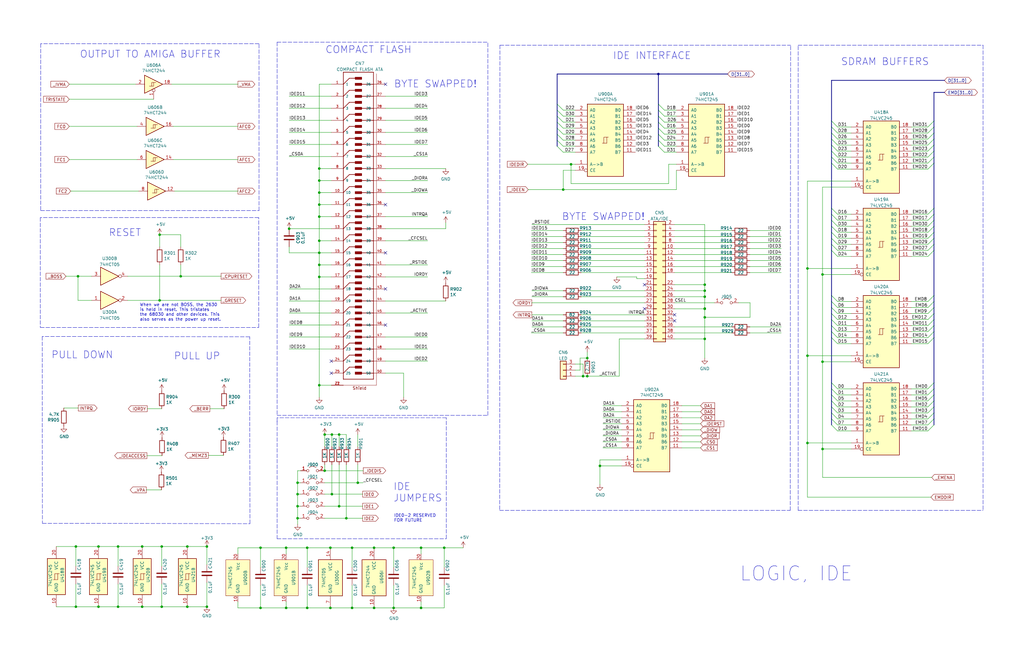
<source format=kicad_sch>
(kicad_sch (version 20211123) (generator eeschema)
  (paper "B")
  (title_block (title "Amiga N2630") (date "2023-02-17") (rev "4.0.0b"))
  (junction (at 340.487 113.284))
  (junction (at 245.872 158.75))
  (junction (at 297.18 125.222))
  (junction (at 177.546 231.14))
  (junction (at 134.62 86.36))
  (junction (at 68.199 256.032))
  (junction (at 148.463 231.14))
  (junction (at 134.62 111.76))
  (junction (at 67.31 126.746))
  (junction (at 125.476 213.614))
  (junction (at 139.954 183.388))
  (junction (at 165.989 231.14))
  (junction (at 177.546 256.54))
  (junction (at 41.529 230.632))
  (junction (at 134.62 116.84))
  (junction (at 41.529 256.032))
  (junction (at 237.49 80.01))
  (junction (at 139.954 208.534))
  (junction (at 121.92 96.52))
  (junction (at 297.18 122.682))
  (junction (at 134.62 76.2))
  (junction (at 187.325 231.14))
  (junction (at 157.734 231.14))
  (junction (at 32.004 256.032))
  (junction (at 67.31 99.06))
  (junction (at 129.54 256.54))
  (junction (at 120.65 231.14))
  (junction (at 277.622 31.242))
  (junction (at 165.989 256.54))
  (junction (at 32.004 230.632))
  (junction (at 76.2 116.586))
  (junction (at 109.855 231.14))
  (junction (at 143.002 213.614))
  (junction (at 143.002 183.388))
  (junction (at 32.893 116.586))
  (junction (at 109.855 256.54))
  (junction (at 134.62 162.56))
  (junction (at 78.994 256.032))
  (junction (at 134.62 101.6))
  (junction (at 297.18 133.9088))
  (junction (at 297.18 120.142))
  (junction (at 120.65 256.54))
  (junction (at 49.784 230.632))
  (junction (at 346.837 152.654))
  (junction (at 125.476 203.708))
  (junction (at 87.249 256.032))
  (junction (at 125.476 208.534))
  (junction (at 150.876 203.708))
  (junction (at 49.784 256.032))
  (junction (at 78.994 230.632))
  (junction (at 129.54 231.14))
  (junction (at 125.476 218.694))
  (junction (at 247.65 158.75))
  (junction (at 252.984 196.596))
  (junction (at 297.18 130.2512))
  (junction (at 134.62 106.68))
  (junction (at 146.05 218.694))
  (junction (at 247.65 151.13))
  (junction (at 87.249 230.632))
  (junction (at 148.463 256.54))
  (junction (at 297.18 143.002))
  (junction (at 340.487 186.944))
  (junction (at 134.62 81.28))
  (junction (at 136.906 198.628))
  (junction (at 157.734 256.54))
  (junction (at 134.62 71.12))
  (junction (at 340.487 150.114))
  (junction (at 346.8624 189.484))
  (junction (at 297.18 130.302))
  (junction (at 139.319 256.54))
  (junction (at 346.837 115.824))
  (junction (at 136.906 183.388))
  (junction (at 59.944 256.032))
  (junction (at 59.944 230.632))
  (junction (at 240.792 69.342))
  (junction (at 68.199 230.632))
  (junction (at 134.62 91.44))
  (junction (at 139.319 231.14))
  (no_connect (at 162.56 35.56))
  (no_connect (at 162.56 86.36))
  (no_connect (at 139.7 157.48))
  (no_connect (at 284.48 132.842))
  (no_connect (at 139.7 152.4))
  (no_connect (at 162.56 137.16))
  (no_connect (at 162.56 106.68))
  (no_connect (at 284.48 135.382))
  (no_connect (at 162.56 121.92))
  (no_connect (at 271.78 130.302))
  (no_connect (at 271.78 120.142))
  (bus_entry (at 353.187 139.954) (size -2.54 -2.54))
  (bus_entry (at 277.622 49.022) (size 2.54 2.54))
  (bus_entry (at 277.622 46.482) (size 2.54 2.54))
  (bus_entry (at 277.622 43.942) (size 2.54 2.54))
  (bus_entry (at 277.622 61.722) (size 2.54 2.54))
  (bus_entry (at 277.622 59.182) (size 2.54 2.54))
  (bus_entry (at 277.622 56.642) (size 2.54 2.54))
  (bus_entry (at 277.622 54.102) (size 2.54 2.54))
  (bus_entry (at 277.622 51.562) (size 2.54 2.54))
  (bus_entry (at 353.187 164.084) (size -2.54 -2.54))
  (bus_entry (at 391.287 145.034) (size 2.54 -2.54))
  (bus_entry (at 391.287 166.624) (size 2.54 -2.54))
  (bus_entry (at 353.187 137.414) (size -2.54 -2.54))
  (bus_entry (at 391.287 164.084) (size 2.54 -2.54))
  (bus_entry (at 391.287 71.374) (size 2.54 -2.54))
  (bus_entry (at 353.187 142.494) (size -2.54 -2.54))
  (bus_entry (at 353.187 53.594) (size -2.54 -2.54))
  (bus_entry (at 353.187 129.794) (size -2.54 -2.54))
  (bus_entry (at 391.287 95.504) (size 2.54 -2.54))
  (bus_entry (at 391.287 103.124) (size 2.54 -2.54))
  (bus_entry (at 391.287 63.754) (size 2.54 -2.54))
  (bus_entry (at 391.287 169.164) (size 2.54 -2.54))
  (bus_entry (at 353.187 103.124) (size -2.54 -2.54))
  (bus_entry (at 391.287 98.044) (size 2.54 -2.54))
  (bus_entry (at 391.287 61.214) (size 2.54 -2.54))
  (bus_entry (at 391.287 127.254) (size 2.54 -2.54))
  (bus_entry (at 353.187 71.374) (size -2.54 -2.54))
  (bus_entry (at 353.187 169.164) (size -2.54 -2.54))
  (bus_entry (at 391.287 66.294) (size 2.54 -2.54))
  (bus_entry (at 353.187 100.584) (size -2.54 -2.54))
  (bus_entry (at 391.287 132.334) (size 2.54 -2.54))
  (bus_entry (at 391.287 142.494) (size 2.54 -2.54))
  (bus_entry (at 391.287 53.594) (size 2.54 -2.54))
  (bus_entry (at 353.187 90.424) (size -2.54 -2.54))
  (bus_entry (at 353.187 166.624) (size -2.54 -2.54))
  (bus_entry (at 353.187 108.204) (size -2.54 -2.54))
  (bus_entry (at 391.287 68.834) (size 2.54 -2.54))
  (bus_entry (at 353.187 95.504) (size -2.54 -2.54))
  (bus_entry (at 391.287 105.664) (size 2.54 -2.54))
  (bus_entry (at 391.287 171.704) (size 2.54 -2.54))
  (bus_entry (at 353.187 132.334) (size -2.54 -2.54))
  (bus_entry (at 391.287 137.414) (size 2.54 -2.54))
  (bus_entry (at 353.187 61.214) (size -2.54 -2.54))
  (bus_entry (at 391.287 108.204) (size 2.54 -2.54))
  (bus_entry (at 353.187 145.034) (size -2.54 -2.54))
  (bus_entry (at 353.187 127.254) (size -2.54 -2.54))
  (bus_entry (at 353.187 63.754) (size -2.54 -2.54))
  (bus_entry (at 353.187 134.874) (size -2.54 -2.54))
  (bus_entry (at 391.287 58.674) (size 2.54 -2.54))
  (bus_entry (at 353.187 68.834) (size -2.54 -2.54))
  (bus_entry (at 391.287 174.244) (size 2.54 -2.54))
  (bus_entry (at 391.287 181.864) (size 2.54 -2.54))
  (bus_entry (at 391.287 179.324) (size 2.54 -2.54))
  (bus_entry (at 391.287 176.784) (size 2.54 -2.54))
  (bus_entry (at 391.287 90.424) (size 2.54 -2.54))
  (bus_entry (at 353.187 92.964) (size -2.54 -2.54))
  (bus_entry (at 353.187 56.134) (size -2.54 -2.54))
  (bus_entry (at 353.187 181.864) (size -2.54 -2.54))
  (bus_entry (at 353.187 66.294) (size -2.54 -2.54))
  (bus_entry (at 353.187 179.324) (size -2.54 -2.54))
  (bus_entry (at 234.95 61.722) (size 2.54 2.54))
  (bus_entry (at 234.95 59.182) (size 2.54 2.54))
  (bus_entry (at 234.95 56.642) (size 2.54 2.54))
  (bus_entry (at 234.95 54.102) (size 2.54 2.54))
  (bus_entry (at 234.95 43.942) (size 2.54 2.54))
  (bus_entry (at 234.95 51.562) (size 2.54 2.54))
  (bus_entry (at 234.95 49.022) (size 2.54 2.54))
  (bus_entry (at 234.95 46.482) (size 2.54 2.54))
  (bus_entry (at 391.287 139.954) (size 2.54 -2.54))
  (bus_entry (at 353.187 174.244) (size -2.54 -2.54))
  (bus_entry (at 391.287 56.134) (size 2.54 -2.54))
  (bus_entry (at 353.187 98.044) (size -2.54 -2.54))
  (bus_entry (at 391.287 134.874) (size 2.54 -2.54))
  (bus_entry (at 353.187 105.664) (size -2.54 -2.54))
  (bus_entry (at 353.187 58.674) (size -2.54 -2.54))
  (bus_entry (at 353.187 171.704) (size -2.54 -2.54))
  (bus_entry (at 353.187 176.784) (size -2.54 -2.54))
  (bus_entry (at 391.287 100.584) (size 2.54 -2.54))
  (bus_entry (at 391.287 92.964) (size 2.54 -2.54))
  (bus_entry (at 391.287 129.794) (size 2.54 -2.54))
  (wire (pts (xy 384.302 127.254) (xy 391.287 127.254)))
  (wire (pts (xy 148.463 256.54) (xy 157.734 256.54)))
  (wire (pts (xy 41.529 256.032) (xy 49.784 256.032)))
  (wire (pts (xy 244.602 156.21) (xy 244.602 151.13)))
  (wire (pts (xy 281.94 77.47) (xy 240.792 77.47)))
  (wire (pts (xy 62.103 172.466) (xy 68.199 172.466)))
  (wire (pts (xy 384.302 179.324) (xy 391.287 179.324)))
  (wire (pts (xy 252.984 194.056) (xy 252.984 196.596)))
  (wire (pts (xy 121.92 55.88) (xy 139.7 55.88)))
  (polyline (pts (xy 116.84 177.8) (xy 116.84 227.33)))
  (wire (pts (xy 287.528 173.736) (xy 295.402 173.736)))
  (wire (pts (xy 247.65 151.13) (xy 247.65 148.59)))
  (wire (pts (xy 134.62 86.36) (xy 139.7 86.36)))
  (wire (pts (xy 134.62 101.6) (xy 139.7 101.6)))
  (wire (pts (xy 150.876 196.088) (xy 150.876 203.708)))
  (bus (pts (xy 350.647 124.714) (xy 350.647 105.664)))
  (bus (pts (xy 350.647 174.244) (xy 350.647 171.704)))
  (wire (pts (xy 353.187 164.084) (xy 358.902 164.084)))
  (wire (pts (xy 297.18 94.742) (xy 297.18 120.142)))
  (wire (pts (xy 280.162 51.562) (xy 285.242 51.562)))
  (wire (pts (xy 150.876 188.468) (xy 150.876 183.388)))
  (wire (pts (xy 242.57 153.67) (xy 245.872 153.67)))
  (bus (pts (xy 393.827 127.254) (xy 393.827 124.714)))
  (wire (pts (xy 353.187 53.594) (xy 358.902 53.594)))
  (wire (pts (xy 287.528 186.436) (xy 295.402 186.436)))
  (wire (pts (xy 287.528 188.976) (xy 295.402 188.976)))
  (wire (pts (xy 284.48 115.062) (xy 308.61 115.062)))
  (wire (pts (xy 162.56 40.64) (xy 180.34 40.64)))
  (bus (pts (xy 234.95 49.022) (xy 234.95 46.482)))
  (polyline (pts (xy 414.528 19.05) (xy 414.528 215.392)))
  (wire (pts (xy 353.187 71.374) (xy 358.902 71.374)))
  (wire (pts (xy 316.23 99.822) (xy 329.438 99.822)))
  (wire (pts (xy 146.05 218.694) (xy 152.908 218.694)))
  (wire (pts (xy 222.504 69.342) (xy 240.792 69.342)))
  (wire (pts (xy 285.242 69.342) (xy 281.94 69.342)))
  (wire (pts (xy 67.31 111.76) (xy 67.31 126.746)))
  (polyline (pts (xy 336.55 215.392) (xy 414.528 215.392)))
  (wire (pts (xy 143.002 188.468) (xy 143.002 183.388)))
  (wire (pts (xy 129.54 231.14) (xy 129.54 239.395)))
  (wire (pts (xy 384.302 166.624) (xy 391.287 166.624)))
  (wire (pts (xy 126.746 203.708) (xy 125.476 203.708)))
  (polyline (pts (xy 336.55 19.05) (xy 414.528 19.05)))
  (bus (pts (xy 393.827 161.544) (xy 393.827 142.494)))
  (wire (pts (xy 284.48 130.302) (xy 297.18 130.302)))
  (bus (pts (xy 393.827 169.164) (xy 393.827 166.624)))
  (wire (pts (xy 121.92 60.96) (xy 139.7 60.96)))
  (wire (pts (xy 134.62 111.76) (xy 134.62 116.84)))
  (wire (pts (xy 23.749 256.032) (xy 32.004 256.032)))
  (bus (pts (xy 393.827 105.664) (xy 393.827 103.124)))
  (wire (pts (xy 165.989 247.015) (xy 165.989 256.54)))
  (wire (pts (xy 73.66 80.645) (xy 100.33 80.645)))
  (bus (pts (xy 393.827 56.134) (xy 393.827 53.594)))
  (wire (pts (xy 87.884 192.151) (xy 94.234 192.151)))
  (bus (pts (xy 350.647 98.044) (xy 350.647 95.504)))
  (polyline (pts (xy 105.283 142.113) (xy 17.78 141.986)))
  (wire (pts (xy 254.254 176.276) (xy 262.128 176.276)))
  (wire (pts (xy 346.837 115.824) (xy 358.902 115.824)))
  (bus (pts (xy 393.827 132.334) (xy 393.827 129.794)))
  (bus (pts (xy 393.827 95.504) (xy 393.827 92.964)))
  (wire (pts (xy 32.004 256.032) (xy 41.529 256.032)))
  (wire (pts (xy 32.893 116.586) (xy 32.893 126.746)))
  (wire (pts (xy 260.096 116.84) (xy 268.478 116.84)))
  (wire (pts (xy 148.463 231.14) (xy 157.734 231.14)))
  (wire (pts (xy 157.734 256.54) (xy 165.989 256.54)))
  (wire (pts (xy 280.162 46.482) (xy 285.242 46.482)))
  (wire (pts (xy 143.002 213.614) (xy 152.908 213.614)))
  (wire (pts (xy 346.837 115.824) (xy 346.837 152.654)))
  (wire (pts (xy 297.18 130.302) (xy 297.18 133.9088)))
  (bus (pts (xy 350.647 179.324) (xy 350.647 176.784)))
  (wire (pts (xy 261.112 143.002) (xy 261.112 158.75)))
  (wire (pts (xy 384.302 95.504) (xy 391.287 95.504)))
  (polyline (pts (xy 109.093 138.176) (xy 109.093 91.821)))
  (wire (pts (xy 353.187 103.124) (xy 358.902 103.124)))
  (wire (pts (xy 129.54 256.54) (xy 139.319 256.54)))
  (bus (pts (xy 350.647 105.664) (xy 350.647 103.124)))
  (bus (pts (xy 393.827 176.784) (xy 393.827 174.244)))
  (wire (pts (xy 353.187 58.674) (xy 358.902 58.674)))
  (wire (pts (xy 254.254 186.436) (xy 262.128 186.436)))
  (wire (pts (xy 224.028 102.362) (xy 237.49 102.362)))
  (bus (pts (xy 234.95 31.242) (xy 277.622 31.242)))
  (wire (pts (xy 121.92 121.92) (xy 139.7 121.92)))
  (polyline (pts (xy 210.693 215.392) (xy 333.248 215.392)))
  (wire (pts (xy 254.254 178.816) (xy 262.128 178.816)))
  (wire (pts (xy 353.187 68.834) (xy 358.902 68.834)))
  (wire (pts (xy 316.2808 133.9088) (xy 297.18 133.9088)))
  (polyline (pts (xy 210.82 19.05) (xy 333.375 19.05)))
  (wire (pts (xy 32.004 230.632) (xy 23.749 230.632)))
  (bus (pts (xy 350.647 166.624) (xy 350.647 164.084)))
  (bus (pts (xy 393.827 51.054) (xy 393.827 38.989)))
  (wire (pts (xy 245.11 135.382) (xy 271.78 135.382)))
  (wire (pts (xy 87.249 230.632) (xy 78.994 230.632)))
  (wire (pts (xy 384.302 66.294) (xy 391.287 66.294)))
  (wire (pts (xy 87.249 256.032) (xy 87.249 245.872)))
  (wire (pts (xy 346.837 78.994) (xy 346.837 115.824)))
  (wire (pts (xy 134.62 162.56) (xy 139.7 162.56)))
  (bus (pts (xy 350.647 103.124) (xy 350.647 100.584)))
  (wire (pts (xy 384.302 181.864) (xy 391.287 181.864)))
  (polyline (pts (xy 116.84 175.26) (xy 205.74 175.26)))
  (wire (pts (xy 126.746 213.614) (xy 125.476 213.614)))
  (wire (pts (xy 284.48 127.762) (xy 301.244 127.762)))
  (wire (pts (xy 109.855 247.015) (xy 109.855 256.54)))
  (wire (pts (xy 284.48 140.462) (xy 308.61 140.462)))
  (wire (pts (xy 245.11 122.682) (xy 271.78 122.682)))
  (wire (pts (xy 284.48 109.982) (xy 308.61 109.982)))
  (wire (pts (xy 353.187 179.324) (xy 358.902 179.324)))
  (wire (pts (xy 245.11 102.362) (xy 271.78 102.362)))
  (wire (pts (xy 139.319 231.14) (xy 148.463 231.14)))
  (wire (pts (xy 384.302 134.874) (xy 391.287 134.874)))
  (wire (pts (xy 240.792 69.342) (xy 242.57 69.342)))
  (wire (pts (xy 346.8624 189.484) (xy 346.8624 201.4728)))
  (wire (pts (xy 64.77 41.91) (xy 29.21 41.91)))
  (wire (pts (xy 224.282 94.742) (xy 271.78 94.742)))
  (wire (pts (xy 162.56 91.44) (xy 180.34 91.44)))
  (wire (pts (xy 100.33 231.14) (xy 109.855 231.14)))
  (wire (pts (xy 287.528 178.816) (xy 295.402 178.816)))
  (wire (pts (xy 162.56 111.76) (xy 180.34 111.76)))
  (wire (pts (xy 340.487 113.284) (xy 340.487 150.114)))
  (wire (pts (xy 68.199 230.632) (xy 68.199 238.887)))
  (bus (pts (xy 393.827 179.324) (xy 393.827 176.784)))
  (wire (pts (xy 245.11 132.842) (xy 271.78 132.842)))
  (wire (pts (xy 162.56 55.88) (xy 180.34 55.88)))
  (bus (pts (xy 234.95 43.942) (xy 234.95 31.242)))
  (wire (pts (xy 68.199 246.507) (xy 68.199 256.032)))
  (wire (pts (xy 242.57 156.21) (xy 244.602 156.21)))
  (wire (pts (xy 316.23 112.522) (xy 329.438 112.522)))
  (wire (pts (xy 76.2 116.586) (xy 93.218 116.586)))
  (wire (pts (xy 49.784 230.632) (xy 49.784 238.887)))
  (bus (pts (xy 350.647 139.954) (xy 350.647 137.414)))
  (polyline (pts (xy 188.214 227.33) (xy 188.214 176.276)))
  (bus (pts (xy 350.647 142.494) (xy 350.647 139.954)))
  (wire (pts (xy 287.528 181.356) (xy 295.402 181.356)))
  (wire (pts (xy 316.23 137.922) (xy 329.438 137.922)))
  (bus (pts (xy 234.95 46.482) (xy 234.95 43.942)))
  (bus (pts (xy 350.647 95.504) (xy 350.647 92.964)))
  (wire (pts (xy 187.96 93.98) (xy 187.96 96.52)))
  (polyline (pts (xy 109.22 88.9) (xy 109.22 18.415)))
  (wire (pts (xy 187.325 247.015) (xy 187.325 256.54)))
  (wire (pts (xy 242.57 158.75) (xy 245.872 158.75)))
  (bus (pts (xy 277.622 59.182) (xy 277.622 56.642)))
  (bus (pts (xy 350.647 129.794) (xy 350.647 127.254)))
  (wire (pts (xy 353.187 134.874) (xy 358.902 134.874)))
  (wire (pts (xy 121.92 96.52) (xy 139.7 96.52)))
  (wire (pts (xy 134.62 81.28) (xy 139.7 81.28)))
  (wire (pts (xy 311.404 127.762) (xy 316.2808 127.762)))
  (wire (pts (xy 162.56 96.52) (xy 187.96 96.52)))
  (wire (pts (xy 252.984 196.596) (xy 262.128 196.596)))
  (wire (pts (xy 136.906 183.388) (xy 139.954 183.388)))
  (wire (pts (xy 136.906 196.088) (xy 136.906 198.628)))
  (wire (pts (xy 88.519 172.466) (xy 94.488 172.466)))
  (polyline (pts (xy 205.74 175.26) (xy 205.74 17.78)))
  (wire (pts (xy 162.56 45.72) (xy 180.34 45.72)))
  (polyline (pts (xy 210.82 19.05) (xy 210.693 215.392)))
  (wire (pts (xy 162.56 142.24) (xy 180.34 142.24)))
  (bus (pts (xy 277.622 51.562) (xy 277.622 49.022)))
  (wire (pts (xy 126.746 218.694) (xy 125.476 218.694)))
  (wire (pts (xy 121.92 106.68) (xy 134.62 106.68)))
  (wire (pts (xy 384.302 108.204) (xy 391.287 108.204)))
  (bus (pts (xy 393.827 124.714) (xy 393.827 105.664)))
  (wire (pts (xy 68.199 230.632) (xy 59.944 230.632)))
  (wire (pts (xy 384.302 169.164) (xy 391.287 169.164)))
  (wire (pts (xy 68.199 256.032) (xy 78.994 256.032)))
  (wire (pts (xy 346.8624 201.4728) (xy 392.8872 201.4728)))
  (wire (pts (xy 384.302 171.704) (xy 391.287 171.704)))
  (wire (pts (xy 125.476 198.628) (xy 125.476 203.708)))
  (wire (pts (xy 346.837 152.654) (xy 358.902 152.654)))
  (wire (pts (xy 284.48 104.902) (xy 308.61 104.902)))
  (wire (pts (xy 353.187 63.754) (xy 358.902 63.754)))
  (wire (pts (xy 268.478 117.602) (xy 271.78 117.602)))
  (polyline (pts (xy 188.214 176.276) (xy 116.84 176.276)))
  (wire (pts (xy 237.49 59.182) (xy 242.57 59.182)))
  (wire (pts (xy 125.476 213.614) (xy 125.476 218.694)))
  (wire (pts (xy 340.487 76.454) (xy 340.487 113.284)))
  (wire (pts (xy 148.463 247.015) (xy 148.463 256.54)))
  (wire (pts (xy 340.487 150.114) (xy 358.902 150.114)))
  (wire (pts (xy 224.028 112.522) (xy 237.49 112.522)))
  (bus (pts (xy 393.827 87.884) (xy 393.827 68.834)))
  (wire (pts (xy 384.302 174.244) (xy 391.287 174.244)))
  (wire (pts (xy 72.39 35.56) (xy 100.33 35.56)))
  (wire (pts (xy 384.302 137.414) (xy 391.287 137.414)))
  (polyline (pts (xy 116.84 227.33) (xy 188.214 227.33)))
  (wire (pts (xy 284.48 107.442) (xy 308.61 107.442)))
  (wire (pts (xy 146.05 188.468) (xy 146.05 183.388)))
  (wire (pts (xy 59.944 230.632) (xy 49.784 230.632)))
  (bus (pts (xy 234.95 51.562) (xy 234.95 49.022)))
  (bus (pts (xy 234.95 61.722) (xy 234.95 59.182)))
  (wire (pts (xy 384.302 139.954) (xy 391.287 139.954)))
  (wire (pts (xy 224.028 109.982) (xy 237.49 109.982)))
  (bus (pts (xy 350.647 53.594) (xy 350.647 51.054)))
  (wire (pts (xy 100.33 256.54) (xy 109.855 256.54)))
  (wire (pts (xy 237.49 51.562) (xy 242.57 51.562)))
  (wire (pts (xy 134.62 111.76) (xy 139.7 111.76)))
  (bus (pts (xy 393.827 100.584) (xy 393.827 98.044)))
  (polyline (pts (xy 109.093 91.821) (xy 17.018 91.821)))
  (wire (pts (xy 162.56 127) (xy 187.96 127)))
  (wire (pts (xy 353.187 174.244) (xy 358.902 174.244)))
  (polyline (pts (xy 17.018 91.821) (xy 17.018 138.176)))
  (wire (pts (xy 162.56 81.28) (xy 180.34 81.28)))
  (wire (pts (xy 143.002 196.088) (xy 143.002 213.614)))
  (wire (pts (xy 162.56 132.08) (xy 180.34 132.08)))
  (wire (pts (xy 245.872 158.75) (xy 247.65 158.75)))
  (wire (pts (xy 297.18 133.9088) (xy 297.18 143.002)))
  (bus (pts (xy 350.647 100.584) (xy 350.647 98.044)))
  (bus (pts (xy 277.622 43.942) (xy 277.622 31.242)))
  (wire (pts (xy 245.11 115.062) (xy 271.78 115.062)))
  (wire (pts (xy 58.42 80.645) (xy 29.845 80.645)))
  (wire (pts (xy 297.18 120.142) (xy 297.18 122.682)))
  (wire (pts (xy 165.989 239.395) (xy 165.989 231.14)))
  (wire (pts (xy 134.62 76.2) (xy 134.62 81.28)))
  (wire (pts (xy 177.546 256.54) (xy 187.325 256.54)))
  (wire (pts (xy 143.002 183.388) (xy 146.05 183.388)))
  (wire (pts (xy 316.23 104.902) (xy 329.438 104.902)))
  (wire (pts (xy 162.56 147.32) (xy 180.34 147.32)))
  (wire (pts (xy 162.56 50.8) (xy 180.34 50.8)))
  (wire (pts (xy 245.11 107.442) (xy 271.78 107.442)))
  (bus (pts (xy 234.95 54.102) (xy 234.95 51.562)))
  (wire (pts (xy 261.112 143.002) (xy 271.78 143.002)))
  (wire (pts (xy 384.302 145.034) (xy 391.287 145.034)))
  (bus (pts (xy 393.827 142.494) (xy 393.827 139.954)))
  (wire (pts (xy 222.758 80.01) (xy 237.49 80.01)))
  (wire (pts (xy 268.478 116.84) (xy 268.478 117.602)))
  (bus (pts (xy 393.827 53.594) (xy 393.827 51.054)))
  (wire (pts (xy 134.62 91.44) (xy 139.7 91.44)))
  (wire (pts (xy 120.65 254) (xy 120.65 256.54)))
  (wire (pts (xy 284.48 102.362) (xy 308.61 102.362)))
  (wire (pts (xy 126.746 198.628) (xy 125.476 198.628)))
  (bus (pts (xy 277.622 54.102) (xy 277.622 51.562)))
  (polyline (pts (xy 17.018 138.176) (xy 109.093 138.176)))
  (bus (pts (xy 277.622 31.242) (xy 306.832 31.242)))
  (wire (pts (xy 358.902 78.994) (xy 346.837 78.994)))
  (wire (pts (xy 139.954 188.468) (xy 139.954 183.388)))
  (wire (pts (xy 262.128 194.056) (xy 252.984 194.056)))
  (wire (pts (xy 134.62 86.36) (xy 134.62 91.44)))
  (wire (pts (xy 162.56 116.84) (xy 180.34 116.84)))
  (wire (pts (xy 384.302 129.794) (xy 391.287 129.794)))
  (wire (pts (xy 353.187 100.584) (xy 358.902 100.584)))
  (wire (pts (xy 245.11 140.462) (xy 271.78 140.462)))
  (wire (pts (xy 353.187 98.044) (xy 358.902 98.044)))
  (wire (pts (xy 384.302 71.374) (xy 391.287 71.374)))
  (wire (pts (xy 134.62 35.56) (xy 134.62 71.12)))
  (wire (pts (xy 287.528 176.276) (xy 295.402 176.276)))
  (wire (pts (xy 245.11 109.982) (xy 271.78 109.982)))
  (bus (pts (xy 350.647 164.084) (xy 350.647 161.544)))
  (wire (pts (xy 316.23 140.462) (xy 329.438 140.462)))
  (polyline (pts (xy 17.145 88.9) (xy 109.22 88.9)))
  (wire (pts (xy 353.187 127.254) (xy 358.902 127.254)))
  (wire (pts (xy 280.162 64.262) (xy 285.242 64.262)))
  (wire (pts (xy 177.546 231.14) (xy 187.325 231.14)))
  (wire (pts (xy 353.187 108.204) (xy 358.902 108.204)))
  (wire (pts (xy 244.602 151.13) (xy 247.65 151.13)))
  (wire (pts (xy 134.62 116.84) (xy 139.7 116.84)))
  (bus (pts (xy 350.647 132.334) (xy 350.647 129.794)))
  (wire (pts (xy 134.62 106.68) (xy 134.62 111.76)))
  (wire (pts (xy 76.2 111.76) (xy 76.2 116.586)))
  (wire (pts (xy 61.722 206.756) (xy 68.072 206.756)))
  (bus (pts (xy 393.827 68.834) (xy 393.827 66.294)))
  (bus (pts (xy 277.622 49.022) (xy 277.622 46.482)))
  (wire (pts (xy 165.989 256.54) (xy 177.546 256.54)))
  (wire (pts (xy 287.528 183.896) (xy 295.402 183.896)))
  (wire (pts (xy 121.92 66.04) (xy 139.7 66.04)))
  (wire (pts (xy 340.487 186.944) (xy 358.902 186.944)))
  (wire (pts (xy 245.11 99.822) (xy 271.78 99.822)))
  (wire (pts (xy 136.906 198.628) (xy 153.162 198.628)))
  (wire (pts (xy 237.49 80.01) (xy 285.242 80.01)))
  (polyline (pts (xy 17.907 220.853) (xy 105.41 220.98)))
  (wire (pts (xy 358.902 76.454) (xy 340.487 76.454)))
  (polyline (pts (xy 116.84 17.78) (xy 205.74 17.78)))
  (wire (pts (xy 32.004 246.507) (xy 32.004 256.032)))
  (wire (pts (xy 245.11 104.902) (xy 271.78 104.902)))
  (wire (pts (xy 280.162 54.102) (xy 285.242 54.102)))
  (wire (pts (xy 353.187 137.414) (xy 358.902 137.414)))
  (bus (pts (xy 393.827 129.794) (xy 393.827 127.254)))
  (bus (pts (xy 393.827 164.084) (xy 393.827 161.544)))
  (wire (pts (xy 59.944 256.032) (xy 68.199 256.032)))
  (wire (pts (xy 78.994 256.032) (xy 87.249 256.032)))
  (wire (pts (xy 165.989 231.14) (xy 177.546 231.14)))
  (wire (pts (xy 297.18 130.2512) (xy 297.18 130.302)))
  (wire (pts (xy 53.848 116.586) (xy 76.2 116.586)))
  (wire (pts (xy 237.49 54.102) (xy 242.57 54.102)))
  (wire (pts (xy 245.11 97.282) (xy 271.78 97.282)))
  (wire (pts (xy 57.785 53.34) (xy 29.21 53.34)))
  (bus (pts (xy 393.827 61.214) (xy 393.827 58.674)))
  (bus (pts (xy 393.827 63.754) (xy 393.827 61.214)))
  (wire (pts (xy 57.15 35.56) (xy 29.21 35.56)))
  (bus (pts (xy 393.827 139.954) (xy 393.827 137.414)))
  (wire (pts (xy 162.56 101.6) (xy 180.34 101.6)))
  (wire (pts (xy 139.319 256.54) (xy 148.463 256.54)))
  (wire (pts (xy 136.906 218.694) (xy 146.05 218.694)))
  (wire (pts (xy 346.8624 189.484) (xy 358.902 189.484)))
  (wire (pts (xy 384.302 100.584) (xy 391.287 100.584)))
  (wire (pts (xy 162.56 76.2) (xy 180.34 76.2)))
  (wire (pts (xy 353.187 139.954) (xy 358.902 139.954)))
  (wire (pts (xy 252.984 196.596) (xy 252.984 204.47)))
  (wire (pts (xy 224.282 122.682) (xy 237.49 122.682)))
  (wire (pts (xy 139.954 183.388) (xy 143.002 183.388)))
  (wire (pts (xy 121.92 147.32) (xy 139.7 147.32)))
  (wire (pts (xy 121.92 104.14) (xy 121.92 106.68)))
  (wire (pts (xy 129.54 231.14) (xy 139.319 231.14)))
  (wire (pts (xy 297.18 122.682) (xy 297.18 125.222)))
  (wire (pts (xy 353.187 95.504) (xy 358.902 95.504)))
  (bus (pts (xy 234.95 56.642) (xy 234.95 54.102)))
  (bus (pts (xy 350.647 127.254) (xy 350.647 124.714)))
  (wire (pts (xy 61.976 192.278) (xy 68.326 192.278)))
  (wire (pts (xy 121.92 137.16) (xy 139.7 137.16)))
  (wire (pts (xy 57.785 67.31) (xy 29.21 67.31)))
  (bus (pts (xy 277.622 46.482) (xy 277.622 43.942)))
  (bus (pts (xy 350.647 87.884) (xy 350.647 68.834)))
  (wire (pts (xy 224.282 132.842) (xy 237.49 132.842)))
  (wire (pts (xy 284.48 122.682) (xy 297.18 122.682)))
  (bus (pts (xy 393.827 137.414) (xy 393.827 134.874)))
  (wire (pts (xy 316.23 107.442) (xy 329.438 107.442)))
  (wire (pts (xy 78.994 230.632) (xy 68.199 230.632)))
  (wire (pts (xy 284.48 99.822) (xy 308.61 99.822)))
  (wire (pts (xy 353.187 56.134) (xy 358.902 56.134)))
  (wire (pts (xy 109.855 231.14) (xy 109.855 239.395)))
  (wire (pts (xy 73.025 67.31) (xy 100.33 67.31)))
  (wire (pts (xy 162.56 60.96) (xy 180.34 60.96)))
  (wire (pts (xy 254.254 181.356) (xy 262.128 181.356)))
  (wire (pts (xy 353.187 142.494) (xy 358.902 142.494)))
  (wire (pts (xy 284.48 143.002) (xy 297.18 143.002)))
  (wire (pts (xy 53.848 126.746) (xy 67.31 126.746)))
  (wire (pts (xy 254.254 183.896) (xy 262.128 183.896)))
  (wire (pts (xy 353.187 169.164) (xy 358.902 169.164)))
  (wire (pts (xy 353.187 176.784) (xy 358.902 176.784)))
  (bus (pts (xy 393.827 90.424) (xy 393.827 87.884)))
  (wire (pts (xy 353.187 171.704) (xy 358.902 171.704)))
  (wire (pts (xy 136.906 213.614) (xy 143.002 213.614)))
  (wire (pts (xy 316.2808 127.762) (xy 316.2808 133.9088)))
  (wire (pts (xy 120.65 231.14) (xy 129.54 231.14)))
  (wire (pts (xy 384.302 98.044) (xy 391.287 98.044)))
  (wire (pts (xy 134.62 106.68) (xy 139.7 106.68)))
  (wire (pts (xy 316.23 115.062) (xy 329.438 115.062)))
  (wire (pts (xy 224.028 115.062) (xy 237.49 115.062)))
  (bus (pts (xy 350.647 66.294) (xy 350.647 63.754)))
  (wire (pts (xy 237.49 71.882) (xy 237.49 80.01)))
  (wire (pts (xy 384.302 63.754) (xy 391.287 63.754)))
  (wire (pts (xy 120.65 231.14) (xy 120.65 233.68)))
  (wire (pts (xy 139.954 196.088) (xy 139.954 208.534)))
  (wire (pts (xy 224.028 107.442) (xy 237.49 107.442)))
  (bus (pts (xy 393.827 58.674) (xy 393.827 56.134)))
  (wire (pts (xy 120.65 256.54) (xy 129.54 256.54)))
  (wire (pts (xy 254.254 171.196) (xy 262.128 171.196)))
  (wire (pts (xy 162.56 157.48) (xy 170.18 157.48)))
  (wire (pts (xy 280.162 61.722) (xy 285.242 61.722)))
  (bus (pts (xy 350.647 161.544) (xy 350.647 142.494)))
  (polyline (pts (xy 116.84 176.276) (xy 116.84 178.054)))
  (bus (pts (xy 393.827 166.624) (xy 393.827 164.084)))
  (wire (pts (xy 284.48 112.522) (xy 308.61 112.522)))
  (wire (pts (xy 284.48 94.742) (xy 297.18 94.742)))
  (wire (pts (xy 33.02 172.212) (xy 26.924 172.212)))
  (bus (pts (xy 277.622 56.642) (xy 277.622 54.102)))
  (wire (pts (xy 280.162 59.182) (xy 285.242 59.182)))
  (wire (pts (xy 32.893 116.586) (xy 27.813 116.586)))
  (wire (pts (xy 125.476 218.694) (xy 125.476 221.234)))
  (wire (pts (xy 87.249 238.252) (xy 87.249 230.632)))
  (wire (pts (xy 41.529 230.632) (xy 32.004 230.632)))
  (wire (pts (xy 353.187 61.214) (xy 358.902 61.214)))
  (wire (pts (xy 224.282 135.382) (xy 237.49 135.382)))
  (wire (pts (xy 125.476 208.534) (xy 125.476 213.614)))
  (wire (pts (xy 353.187 129.794) (xy 358.902 129.794)))
  (wire (pts (xy 353.187 181.864) (xy 358.902 181.864)))
  (bus (pts (xy 393.827 103.124) (xy 393.827 100.584)))
  (wire (pts (xy 353.187 92.964) (xy 358.902 92.964)))
  (wire (pts (xy 284.48 137.922) (xy 308.61 137.922)))
  (polyline (pts (xy 109.22 18.415) (xy 17.145 18.415)))
  (polyline (pts (xy 336.55 215.392) (xy 336.55 19.05)))
  (wire (pts (xy 187.325 231.14) (xy 195.326 231.14)))
  (bus (pts (xy 350.647 51.054) (xy 350.647 33.909)))
  (wire (pts (xy 162.56 71.12) (xy 187.96 71.12)))
  (wire (pts (xy 136.906 203.708) (xy 150.876 203.708)))
  (wire (pts (xy 237.49 56.642) (xy 242.57 56.642)))
  (wire (pts (xy 254.254 173.736) (xy 262.128 173.736)))
  (wire (pts (xy 177.546 231.14) (xy 177.546 233.68)))
  (wire (pts (xy 284.48 97.282) (xy 308.61 97.282)))
  (wire (pts (xy 316.23 109.982) (xy 329.438 109.982)))
  (wire (pts (xy 67.31 104.14) (xy 67.31 99.06)))
  (wire (pts (xy 224.028 104.902) (xy 237.49 104.902)))
  (wire (pts (xy 187.325 239.395) (xy 187.325 231.14)))
  (wire (pts (xy 148.463 239.395) (xy 148.463 231.14)))
  (wire (pts (xy 170.18 157.48) (xy 170.18 167.64)))
  (wire (pts (xy 134.62 162.56) (xy 134.62 167.64)))
  (polyline (pts (xy 116.84 17.78) (xy 116.84 175.26)))
  (wire (pts (xy 353.187 90.424) (xy 358.902 90.424)))
  (bus (pts (xy 393.827 134.874) (xy 393.827 132.334)))
  (wire (pts (xy 73.025 53.34) (xy 100.33 53.34)))
  (wire (pts (xy 125.476 203.708) (xy 125.476 208.534)))
  (wire (pts (xy 287.528 171.196) (xy 295.402 171.196)))
  (wire (pts (xy 384.302 68.834) (xy 391.287 68.834)))
  (bus (pts (xy 350.647 90.424) (xy 350.647 87.884)))
  (wire (pts (xy 224.282 137.922) (xy 237.49 137.922)))
  (wire (pts (xy 237.49 46.482) (xy 242.57 46.482)))
  (wire (pts (xy 139.954 208.534) (xy 152.908 208.534)))
  (wire (pts (xy 384.302 176.784) (xy 391.287 176.784)))
  (wire (pts (xy 384.302 56.134) (xy 391.287 56.134)))
  (wire (pts (xy 49.784 246.507) (xy 49.784 256.032)))
  (wire (pts (xy 247.65 158.75) (xy 261.112 158.75)))
  (wire (pts (xy 136.906 208.534) (xy 139.954 208.534)))
  (wire (pts (xy 384.302 103.124) (xy 391.287 103.124)))
  (wire (pts (xy 353.187 66.294) (xy 358.902 66.294)))
  (wire (pts (xy 150.876 203.708) (xy 153.162 203.708)))
  (wire (pts (xy 100.33 231.14) (xy 100.33 233.68)))
  (wire (pts (xy 340.487 209.804) (xy 392.557 209.804)))
  (wire (pts (xy 129.54 247.015) (xy 129.54 256.54)))
  (wire (pts (xy 134.62 71.12) (xy 139.7 71.12)))
  (wire (pts (xy 316.23 102.362) (xy 329.438 102.362)))
  (wire (pts (xy 162.56 66.04) (xy 180.34 66.04)))
  (wire (pts (xy 384.302 58.674) (xy 391.287 58.674)))
  (bus (pts (xy 393.827 171.704) (xy 393.827 169.164)))
  (wire (pts (xy 224.282 125.222) (xy 237.49 125.222)))
  (wire (pts (xy 271.78 137.922) (xy 245.11 137.922)))
  (bus (pts (xy 393.827 174.244) (xy 393.827 171.704)))
  (bus (pts (xy 393.827 98.044) (xy 393.827 95.504)))
  (polyline (pts (xy 105.41 220.98) (xy 105.283 142.113)))
  (wire (pts (xy 281.94 69.342) (xy 281.94 77.47)))
  (wire (pts (xy 384.302 61.214) (xy 391.287 61.214)))
  (wire (pts (xy 297.18 143.002) (xy 297.18 151.13)))
  (bus (pts (xy 350.647 176.784) (xy 350.647 174.244)))
  (bus (pts (xy 350.647 58.674) (xy 350.647 56.134)))
  (bus (pts (xy 393.827 38.989) (xy 398.272 38.989)))
  (polyline (pts (xy 333.248 215.392) (xy 333.375 19.05)))
  (wire (pts (xy 245.11 112.522) (xy 271.78 112.522)))
  (wire (pts (xy 224.028 99.822) (xy 237.49 99.822)))
  (wire (pts (xy 284.48 120.142) (xy 297.18 120.142)))
  (wire (pts (xy 237.49 64.262) (xy 242.57 64.262)))
  (wire (pts (xy 340.487 186.944) (xy 340.487 209.804)))
  (wire (pts (xy 38.608 126.746) (xy 32.893 126.746)))
  (wire (pts (xy 49.784 230.632) (xy 41.529 230.632)))
  (wire (pts (xy 100.33 254) (xy 100.33 256.54)))
  (wire (pts (xy 346.837 152.654) (xy 346.837 189.484)))
  (wire (pts (xy 139.7 35.56) (xy 134.62 35.56)))
  (wire (pts (xy 353.187 166.624) (xy 358.902 166.624)))
  (wire (pts (xy 224.028 97.282) (xy 237.49 97.282)))
  (wire (pts (xy 121.92 40.64) (xy 139.7 40.64)))
  (wire (pts (xy 162.56 152.4) (xy 180.34 152.4)))
  (wire (pts (xy 38.608 116.586) (xy 32.893 116.586)))
  (wire (pts (xy 237.49 61.722) (xy 242.57 61.722)))
  (wire (pts (xy 245.11 125.222) (xy 271.78 125.222)))
  (wire (pts (xy 109.855 256.54) (xy 120.65 256.54)))
  (wire (pts (xy 134.62 76.2) (xy 139.7 76.2)))
  (wire (pts (xy 353.187 132.334) (xy 358.902 132.334)))
  (wire (pts (xy 353.187 105.664) (xy 358.902 105.664)))
  (bus (pts (xy 350.647 169.164) (xy 350.647 166.624)))
  (wire (pts (xy 32.004 230.632) (xy 32.004 238.887)))
  (bus (pts (xy 277.622 61.722) (xy 277.622 59.182)))
  (wire (pts (xy 177.546 254) (xy 177.546 256.54)))
  (wire (pts (xy 245.872 153.67) (xy 245.872 158.75)))
  (wire (pts (xy 224.028 140.462) (xy 237.49 140.462)))
  (bus (pts (xy 393.827 66.294) (xy 393.827 63.754)))
  (wire (pts (xy 109.855 231.14) (xy 120.65 231.14)))
  (bus (pts (xy 350.647 134.874) (xy 350.647 132.334)))
  (wire (pts (xy 384.302 53.594) (xy 391.287 53.594)))
  (wire (pts (xy 121.92 142.24) (xy 139.7 142.24)))
  (wire (pts (xy 340.487 113.284) (xy 358.902 113.284)))
  (wire (pts (xy 237.49 71.882) (xy 242.57 71.882)))
  (wire (pts (xy 346.837 189.484) (xy 346.8624 189.484)))
  (wire (pts (xy 316.23 97.282) (xy 329.438 97.282)))
  (bus (pts (xy 350.647 33.909) (xy 398.272 33.909)))
  (bus (pts (xy 350.647 137.414) (xy 350.647 134.874)))
  (wire (pts (xy 67.31 126.746) (xy 93.218 126.746)))
  (wire (pts (xy 126.746 208.534) (xy 125.476 208.534)))
  (wire (pts (xy 134.62 81.28) (xy 134.62 86.36)))
  (wire (pts (xy 146.05 196.088) (xy 146.05 218.694)))
  (bus (pts (xy 350.647 63.754) (xy 350.647 61.214)))
  (polyline (pts (xy 17.145 18.415) (xy 17.145 88.9)))
  (wire (pts (xy 384.302 142.494) (xy 391.287 142.494)))
  (wire (pts (xy 121.92 50.8) (xy 139.7 50.8)))
  (wire (pts (xy 67.31 99.06) (xy 76.2 99.06)))
  (bus (pts (xy 350.647 68.834) (xy 350.647 66.294)))
  (bus (pts (xy 350.647 61.214) (xy 350.647 58.674)))
  (wire (pts (xy 280.162 56.642) (xy 285.242 56.642)))
  (bus (pts (xy 234.95 59.182) (xy 234.95 56.642)))
  (wire (pts (xy 134.62 101.6) (xy 134.62 106.68)))
  (wire (pts (xy 384.302 92.964) (xy 391.287 92.964)))
  (bus (pts (xy 393.827 92.964) (xy 393.827 90.424)))
  (wire (pts (xy 134.62 71.12) (xy 134.62 76.2)))
  (wire (pts (xy 384.302 132.334) (xy 391.287 132.334)))
  (bus (pts (xy 350.647 56.134) (xy 350.647 53.594)))
  (wire (pts (xy 49.784 256.032) (xy 59.944 256.032)))
  (wire (pts (xy 157.734 231.14) (xy 165.989 231.14)))
  (wire (pts (xy 254.254 188.976) (xy 262.128 188.976)))
  (wire (pts (xy 136.906 188.468) (xy 136.906 183.388)))
  (wire (pts (xy 240.792 77.47) (xy 240.792 69.342)))
  (wire (pts (xy 121.92 132.08) (xy 139.7 132.08)))
  (wire (pts (xy 76.2 99.06) (xy 76.2 104.14)))
  (wire (pts (xy 121.92 45.72) (xy 139.7 45.72)))
  (wire (pts (xy 353.187 145.034) (xy 358.902 145.034)))
  (wire (pts (xy 384.302 105.664) (xy 391.287 105.664)))
  (wire (pts (xy 384.302 90.424) (xy 391.287 90.424)))
  (wire (pts (xy 297.18 125.222) (xy 297.18 130.2512)))
  (wire (pts (xy 237.49 49.022) (xy 242.57 49.022)))
  (wire (pts (xy 340.487 150.114) (xy 340.487 186.944)))
  (wire (pts (xy 134.62 91.44) (xy 134.62 101.6)))
  (wire (pts (xy 224.282 127.762) (xy 271.78 127.762)))
  (wire (pts (xy 384.302 164.084) (xy 391.287 164.084)))
  (wire (pts (xy 285.242 80.01) (xy 285.242 71.882)))
  (wire (pts (xy 280.162 49.022) (xy 285.242 49.022)))
  (wire (pts (xy 134.62 116.84) (xy 134.62 162.56)))
  (wire (pts (xy 284.48 125.222) (xy 297.18 125.222)))
  (wire (pts (xy 121.92 127) (xy 139.7 127)))
  (polyline (pts (xy 17.78 141.986) (xy 17.907 220.853)))
  (bus (pts (xy 350.647 171.704) (xy 350.647 169.164)))
  (bus (pts (xy 350.647 92.964) (xy 350.647 90.424)))
  (text "PULL DOWN" (at 21.59 151.638 0) (effects (font (size 2.9972 2.9972)) (justify left bottom)))
  (text "IDE INTERFACE" (at 258.445 25.4 0) (effects (font (size 3 3)) (justify left bottom)))
  (text "BYTE SWAPPED!" (at 166.116 37.338 0) (effects (font (size 3 3)) (justify left bottom)))
  (text "PULL UP" (at 73.279 152.146 0) (effects (font (size 2.9972 2.9972)) (justify left bottom)))
  (text "RESET" (at 59.563 100.076 180) (effects (font (size 2.9972 2.9972)) (justify right bottom)))
  (text "BYTE SWAPPED!" (at 236.9312 93.3196 0) (effects (font (size 3 3)) (justify left bottom)))
  (text "IDE0-2 RESERVED\nFOR FUTURE" (at 166.116 220.472 0) (effects (font (size 1.27 1.27)) (justify left bottom)))
  (text "IDE\nJUMPERS" (at 165.862 212.09 0) (effects (font (size 3 3)) (justify left bottom)))
  (text "LOGIC, IDE" (at 311.785 245.745 0) (effects (font (size 6 6)) (justify left bottom)))
  (text "When we are not BOSS, the 2630\nis held in reset. This tristates \nthe 68030 and other devices. This\nalso serves as the power up reset." (at 58.928 135.636 0) (effects (font (size 1.27 1.27)) (justify left bottom)))
  (text "OUTPUT TO AMIGA BUFFER" (at 33.655 24.765 0) (effects (font (size 2.9972 2.9972)) (justify left bottom)))
  (text "SDRAM BUFFERS" (at 354.584 27.94 0) (effects (font (size 3 3)) (justify left bottom)))
  (text "COMPACT FLASH" (at 137.16 22.86 0) (effects (font (size 3 3)) (justify left bottom)))
  (label "CSEL" (at 284.48 127.762 0))
  (label "D20" (at 242.316 56.642 180))
  (label "IDED2" (at 180.34 152.4 180))
  (label "D18" (at 353.314 98.044 0))
  (label "EMD17" (at 391.16 92.964 180))
  (label "EMD16" (at 391.16 90.424 180))
  (label "IDED15" (at 121.92 60.96 0))
  (label "DA2A" (at 121.92 121.92 0))
  (label "D25" (at 353.314 61.214 0))
  (label "IDED11" (at 267.97 64.262 0))
  (label "D28" (at 242.316 59.182 180))
  (label "EMD18" (at 391.16 98.044 180))
  (label "IDED1" (at 180.34 147.32 180))
  (label "IDED6" (at 329.438 112.522 180))
  (label "D13" (at 353.314 139.954 0))
  (label "IDED7" (at 310.642 61.722 0))
  (label "IDED4" (at 329.438 107.442 180))
  (label "IDED5" (at 180.34 50.8 180))
  (label "D22" (at 242.316 46.482 180))
  (label "EMD11" (at 391.16 137.414 180))
  (label "IDED7" (at 180.34 60.96 180))
  (label "D10" (at 353.314 181.864 0))
  (label "D8" (at 353.314 127.254 0))
  (label "D0" (at 353.314 164.084 0))
  (label "_ACTIVE" (at 252.73 158.75 0))
  (label "IDED15" (at 224.028 97.282 0))
  (label "IDED9" (at 310.642 56.642 0))
  (label "EMD13" (at 391.16 139.954 180))
  (label "EMD20" (at 391.16 71.374 180))
  (label "IDED9" (at 224.028 112.522 0))
  (label "EMD15" (at 391.16 145.034 180))
  (label "D22" (at 353.314 66.294 0))
  (label "IDED14" (at 267.97 49.022 0))
  (label "EMD30" (at 391.16 95.504 180))
  (label "IDED10" (at 310.642 51.562 0))
  (label "IDED3" (at 329.438 104.902 180))
  (label "D26" (at 285.242 51.562 180))
  (label "EMD12" (at 390.906 134.874 180))
  (label "IDED8" (at 224.028 115.062 0))
  (label "DA1A" (at 224.282 135.382 0))
  (label "D27" (at 242.062 64.262 180))
  (label "_RSTIDE" (at 254.254 178.816 0))
  (label "EMD8" (at 390.906 127.254 180))
  (label "D7" (at 353.314 179.324 0))
  (label "IDED0" (at 310.642 54.102 0))
  (label "_CS1A" (at 254.254 188.976 0))
  (label "D29" (at 353.314 103.124 0))
  (label "EMD7" (at 391.16 179.324 180))
  (label "D19" (at 242.316 61.722 180))
  (label "IDED4" (at 267.97 56.642 0))
  (label "_DIOWA" (at 254.254 181.356 0))
  (label "DA2A" (at 254.254 176.276 0))
  (label "D19" (at 353.314 100.584 0))
  (label "IDED14" (at 224.028 99.822 0))
  (label "_CFCSEL" (at 180.34 101.6 180))
  (label "IDED6" (at 180.34 55.88 180))
  (label "_DIORA" (at 254.254 183.896 0))
  (label "D5" (at 353.314 169.164 0))
  (label "D20" (at 353.314 71.374 0))
  (label "D21" (at 242.316 51.562 180))
  (label "D26" (at 353.314 58.674 0))
  (label "IDED13" (at 121.92 50.8 0))
  (label "_CS0A" (at 254.254 186.436 0))
  (label "D31" (at 353.314 53.594 0))
  (label "_RSTIDE" (at 224.282 94.742 0))
  (label "D23" (at 353.314 63.754 0))
  (label "D15" (at 353.314 145.034 0))
  (label "IDED4" (at 180.34 45.72 180))
  (label "IDED8" (at 310.642 59.182 0))
  (label "IDED3" (at 267.97 61.722 0))
  (label "_RSTIDE" (at 180.34 111.76 180))
  (label "INTRQA" (at 180.34 91.44 180))
  (label "D1" (at 353.314 166.624 0))
  (label "DA0A" (at 121.92 132.08 0))
  (label "IDED0" (at 180.34 142.24 180))
  (label "IDED15" (at 310.642 64.262 0))
  (label "IDED6" (at 267.97 46.482 0))
  (label "_DIORA" (at 180.34 76.2 180))
  (label "_DIORA" (at 224.282 125.222 0))
  (label "DA1A" (at 254.254 171.196 0))
  (label "EMD10" (at 391.16 181.864 180))
  (label "EMD5" (at 391.16 169.164 180))
  (label "EMD26" (at 391.16 58.674 180))
  (label "IDED2" (at 329.438 102.362 180))
  (label "EMD31" (at 391.16 53.594 180))
  (label "EMD22" (at 391.16 66.294 180))
  (label "EMD29" (at 391.16 103.124 180))
  (label "IDED10" (at 121.92 147.32 0))
  (label "D4" (at 353.314 176.784 0))
  (label "D17" (at 284.988 49.022 180))
  (label "D18" (at 284.988 46.482 180))
  (label "D31" (at 284.988 64.262 180))
  (label "D23" (at 284.988 61.722 180))
  (label "EMD1" (at 391.16 166.624 180))
  (label "IDED3" (at 180.34 40.64 180))
  (label "D24" (at 284.988 59.182 180))
  (label "_CS1A" (at 329.438 140.462 180))
  (label "EMD19" (at 391.16 100.584 180))
  (label "IDED5" (at 267.97 51.562 0))
  (label "D9" (at 353.314 132.334 0))
  (label "IDED8" (at 121.92 137.16 0))
  (label "IDED12" (at 267.97 59.182 0))
  (label "EMD21" (at 391.16 68.834 180))
  (label "INTRQA" (at 271.78 132.842 180))
  (label "EMD24" (at 391.16 108.204 180))
  (label "D30" (at 242.316 49.022 180))
  (label "EMD28" (at 391.16 56.134 180))
  (label "EMD9" (at 390.906 132.334 180))
  (label "IDED14" (at 121.92 55.88 0))
  (label "_CFCSEL" (at 153.162 203.708 0))
  (label "D27" (at 353.314 105.664 0))
  (label "D25" (at 285.242 56.642 180))
  (label "IDED11" (at 121.92 40.64 0))
  (label "EMD2" (at 391.16 171.704 180))
  (label "DA2A" (at 329.438 137.922 180))
  (label "_DIOWA" (at 224.282 122.682 0))
  (label "_CS1A" (at 180.34 66.04 180))
  (label "D24" (at 353.314 108.204 0))
  (label "IDED12" (at 121.92 45.72 0))
  (label "_ACTIVE" (at 180.34 132.08 180))
  (label "EMD27" (at 391.16 105.664 180))
  (label "IDED1" (at 329.438 99.822 180))
  (label "IDED10" (at 224.028 109.982 0))
  (label "IDED13" (at 224.028 102.362 0))
  (label "D16" (at 284.988 54.102 180))
  (label "D11" (at 353.314 137.414 0))
  (label "D6" (at 353.314 129.794 0))
  (label "D21" (at 353.314 68.834 0))
  (label "IDED9" (at 121.92 142.24 0))
  (label "D17" (at 353.314 92.964 0))
  (label "IDED7" (at 329.438 115.062 180))
  (label "D2" (at 353.314 171.704 0))
  (label "EMD4" (at 391.16 176.784 180))
  (label "IDED12" (at 224.028 104.902 0))
  (label "D16" (at 353.314 90.424 0))
  (label "EMD25" (at 391.16 61.214 180))
  (label "IDED5" (at 329.438 109.982 180))
  (label "D29" (at 242.316 54.102 180))
  (label "D30" (at 353.314 95.504 0))
  (label "IDED13" (at 267.97 54.102 0))
  (label "EMD23" (at 391.16 63.754 180))
  (label "_CS0A" (at 121.92 66.04 0))
  (label "IDED1" (at 310.642 49.022 0))
  (label "_DIOWA" (at 180.34 81.28 180))
  (label "IORDY" (at 180.34 116.84 180))
  (label "EMD3" (at 391.16 174.244 180))
  (label "DA0A" (at 224.282 137.922 0))
  (label "EMD6" (at 391.16 129.794 180))
  (label "EMD0" (at 391.16 164.084 180))
  (label "_CS0A" (at 224.028 140.462 0))
  (label "D3" (at 353.314 174.244 0))
  (label "D12" (at 353.314 134.874 0))
  (label "D14" (at 353.314 142.494 0))
  (label "IDED0" (at 329.438 97.282 180))
  (label "IDED2" (at 310.642 46.482 0))
  (label "DA1A" (at 121.92 127 0))
  (label "D28" (at 353.314 56.134 0))
  (label "IDED11" (at 224.028 107.442 0))
  (label "DA0A" (at 254.254 173.736 0))
  (label "EMD14" (at 391.16 142.494 180))
  (global_label "_VMA" (shape output) (at 100.33 35.56 0) (effects (font (size 1.2954 1.2954))) (property "Intersheet References" "${INTERSHEET_REFS}" (effects hide)))
  (global_label "_IDERST" (shape input) (at 295.402 178.816 0) (property "Intersheet References" "${INTERSHEET_REFS}" (effects hide)))
  (global_label "_EMENA" (shape input) (at 392.8872 201.4728 0) (property "Intersheet References" "${INTERSHEET_REFS}" (effects hide)))
  (global_label "FC0" (shape input) (at 29.21 53.34 180) (effects (font (size 1.2954 1.2954))) (property "Intersheet References" "${INTERSHEET_REFS}" (effects hide)))
  (global_label "_IVMA" (shape input) (at 29.21 35.56 180) (effects (font (size 1.2954 1.2954))) (property "Intersheet References" "${INTERSHEET_REFS}" (effects hide)))
  (global_label "_BOSS" (shape input) (at 27.813 116.586 180) (property "Intersheet References" "${INTERSHEET_REFS}" (effects hide)))
  (global_label "_CS0" (shape input) (at 295.402 186.436 0) (property "Intersheet References" "${INTERSHEET_REFS}" (effects hide)))
  (global_label "DA2" (shape input) (at 295.402 176.276 0) (property "Intersheet References" "${INTERSHEET_REFS}" (effects hide)))
  (global_label "_BERR" (shape output) (at 88.519 172.466 180) (effects (font (size 1.2954 1.2954))) (property "Intersheet References" "${INTERSHEET_REFS}" (effects hide)))
  (global_label "_DIOW" (shape input) (at 295.402 181.356 0) (property "Intersheet References" "${INTERSHEET_REFS}" (effects hide)))
  (global_label "_IDEDIS" (shape output) (at 153.162 198.628 0) (property "Intersheet References" "${INTERSHEET_REFS}" (effects hide)))
  (global_label "EMDDIR" (shape input) (at 392.557 209.804 0) (property "Intersheet References" "${INTERSHEET_REFS}" (effects hide)))
  (global_label "DA0" (shape input) (at 295.402 173.736 0) (property "Intersheet References" "${INTERSHEET_REFS}" (effects hide)))
  (global_label "AFC0" (shape output) (at 100.33 53.34 0) (effects (font (size 1.2954 1.2954))) (property "Intersheet References" "${INTERSHEET_REFS}" (effects hide)))
  (global_label "IORDY" (shape output) (at 224.282 127.762 180) (property "Intersheet References" "${INTERSHEET_REFS}" (effects hide)))
  (global_label "DA1" (shape input) (at 295.402 171.196 0) (property "Intersheet References" "${INTERSHEET_REFS}" (effects hide)))
  (global_label "_VPA" (shape output) (at 61.722 206.756 180) (property "Intersheet References" "${INTERSHEET_REFS}" (effects hide)))
  (global_label "IDEDIR" (shape input) (at 222.504 69.342 180) (property "Intersheet References" "${INTERSHEET_REFS}" (effects hide)))
  (global_label "_DIOR" (shape input) (at 295.402 183.896 0) (property "Intersheet References" "${INTERSHEET_REFS}" (effects hide)))
  (global_label "D[31..0]" (shape bidirectional) (at 398.272 33.909 0) (property "Intersheet References" "${INTERSHEET_REFS}" (effects hide)))
  (global_label "_CS1" (shape input) (at 295.402 188.976 0) (property "Intersheet References" "${INTERSHEET_REFS}" (effects hide)))
  (global_label "IDE0" (shape output) (at 152.908 208.534 0) (property "Intersheet References" "${INTERSHEET_REFS}" (effects hide)))
  (global_label "FC2" (shape input) (at 29.845 80.645 180) (effects (font (size 1.2954 1.2954))) (property "Intersheet References" "${INTERSHEET_REFS}" (effects hide)))
  (global_label "D[31..0]" (shape bidirectional) (at 306.832 31.242 0) (property "Intersheet References" "${INTERSHEET_REFS}" (effects hide)))
  (global_label "EMD[31..0]" (shape bidirectional) (at 398.272 38.989 0) (property "Intersheet References" "${INTERSHEET_REFS}" (effects hide)))
  (global_label "IDE2" (shape output) (at 152.908 218.694 0) (property "Intersheet References" "${INTERSHEET_REFS}" (effects hide)))
  (global_label "FC1" (shape input) (at 29.21 67.31 180) (effects (font (size 1.2954 1.2954))) (property "Intersheet References" "${INTERSHEET_REFS}" (effects hide)))
  (global_label "INTRQ" (shape output) (at 224.282 132.842 180) (property "Intersheet References" "${INTERSHEET_REFS}" (effects hide)))
  (global_label "_GRESET" (shape output) (at 93.218 126.746 0) (property "Intersheet References" "${INTERSHEET_REFS}" (effects hide)))
  (global_label "_MEMZ3" (shape output) (at 87.884 192.151 180) (property "Intersheet References" "${INTERSHEET_REFS}" (effects hide)))
  (global_label "AFC2" (shape output) (at 100.33 80.645 0) (effects (font (size 1.2954 1.2954))) (property "Intersheet References" "${INTERSHEET_REFS}" (effects hide)))
  (global_label "INTRQ" (shape output) (at 33.02 172.212 0) (property "Intersheet References" "${INTERSHEET_REFS}" (effects hide)))
  (global_label "TRISTATE" (shape input) (at 29.21 41.91 180) (effects (font (size 1.2954 1.2954))) (property "Intersheet References" "${INTERSHEET_REFS}" (effects hide)))
  (global_label "IDE1" (shape output) (at 152.908 213.614 0) (property "Intersheet References" "${INTERSHEET_REFS}" (effects hide)))
  (global_label "IORDY" (shape output) (at 62.103 172.466 180) (property "Intersheet References" "${INTERSHEET_REFS}" (effects hide)))
  (global_label "_CPURESET" (shape output) (at 93.218 116.586 0) (property "Intersheet References" "${INTERSHEET_REFS}" (effects hide)))
  (global_label "_IDEACCESS" (shape output) (at 61.976 192.278 180) (property "Intersheet References" "${INTERSHEET_REFS}" (effects hide)))
  (global_label "_IDEEN" (shape input) (at 222.758 80.01 180) (property "Intersheet References" "${INTERSHEET_REFS}" (effects hide)))
  (global_label "AFC1" (shape output) (at 100.33 67.31 0) (effects (font (size 1.2954 1.2954))) (property "Intersheet References" "${INTERSHEET_REFS}" (effects hide)))
  (symbol (lib_id "Device:R") (at 68.072 202.946 0) (unit 1)
    (property "Reference" "R501" (at 69.85 201.7776 0) (effects (justify left)))
    (property "Value" "1K" (at 69.85 204.089 0) (effects (justify left)))
    (property "Footprint" "Resistor_SMD:R_0805_2012Metric" (effects hide))
  )
  (symbol (lib_id "74xx:74LS244_Split") (at 64.77 35.56 0) (unit 1)
    (property "Reference" "U606" (at 64.77 27.5082 0))
    (property "Value" "74HCT244" (at 64.77 29.8196 0))
    (property "Footprint" "Package_SO:SOIC-20W_7.5x12.8mm_P1.27mm" (effects hide))
    (property "Datasheet" "http://www.ti.com/lit/ds/symlink/sn74ls241.pdf" (effects hide))
  )
  (symbol (lib_id "74xx:74LS244_Split") (at 65.405 53.34 0) (unit 2)
    (property "Reference" "U606" (at 65.405 45.2882 0))
    (property "Value" "74HCT244" (at 65.405 47.5996 0))
    (property "Footprint" "Package_SO:SOIC-20W_7.5x12.8mm_P1.27mm" (effects hide))
    (property "Datasheet" "http://www.ti.com/lit/ds/symlink/sn74ls241.pdf" (effects hide))
  )
  (symbol (lib_id "74xx:74LS244_Split") (at 65.405 67.31 0) (unit 3)
    (property "Reference" "U606" (at 65.405 59.2582 0))
    (property "Value" "74HCT244" (at 65.405 61.5696 0))
    (property "Footprint" "Package_SO:SOIC-20W_7.5x12.8mm_P1.27mm" (effects hide))
    (property "Datasheet" "http://www.ti.com/lit/ds/symlink/sn74ls241.pdf" (effects hide))
  )
  (symbol (lib_id "74xx:74LS244_Split") (at 66.04 80.645 0) (unit 4)
    (property "Reference" "U606" (at 66.04 72.5932 0))
    (property "Value" "74HCT244" (at 66.04 74.9046 0))
    (property "Footprint" "Package_SO:SOIC-20W_7.5x12.8mm_P1.27mm" (effects hide))
    (property "Datasheet" "http://www.ti.com/lit/ds/symlink/sn74ls241.pdf" (effects hide))
  )
  (symbol (lib_id "74xx:74LS244_Split") (at 157.734 243.84 0) (unit 9)
    (property "Reference" "U606" (at 160.909 246.38 90) (effects (justify left)))
    (property "Value" "74HCT244" (at 155.194 248.285 90) (effects (justify left)))
    (property "Footprint" "Package_SO:SOIC-20W_7.5x12.8mm_P1.27mm" (effects hide))
    (property "Datasheet" "http://www.ti.com/lit/ds/symlink/sn74ls241.pdf" (effects hide))
  )
  (symbol (lib_id "Device:C") (at 148.463 243.205 0) (unit 1)
    (property "Reference" "C300" (at 149.86 241.3 90) (effects (justify left)))
    (property "Value" "0.1uF" (at 149.86 251.587 90) (effects (justify left)))
    (property "Footprint" "Capacitor_SMD:C_0805_2012Metric" (effects hide))
  )
  (symbol (lib_id "Device:C") (at 165.989 243.205 0) (unit 1)
    (property "Reference" "C606" (at 167.386 241.173 90) (effects (justify left)))
    (property "Value" "0.1uF" (at 167.513 251.206 90) (effects (justify left)))
    (property "Footprint" "Capacitor_SMD:C_0805_2012Metric" (effects hide))
  )
  (symbol (lib_id "power:+5V") (at 195.326 231.14 0) (unit 1)
    (property "Reference" "#PWR0103" (effects hide))
    (property "Value" "+5V" (at 195.707 226.7458 0))
  )
  (symbol (lib_id "power:GND") (at 165.989 256.54 0) (unit 1)
    (property "Reference" "#PWR0183" (effects hide))
    (property "Value" "GND" (at 166.116 260.9342 0))
  )
  (symbol (lib_id "Device:R") (at 312.42 97.282 90) (unit 1)
    (property "Reference" "R914" (at 308.864 96.266 90) (effects (justify left)))
    (property "Value" "22" (at 313.69 97.282 90) (effects (justify left)))
    (property "Footprint" "Resistor_SMD:R_0805_2012Metric" (effects hide))
  )
  (symbol (lib_id "Device:R") (at 187.96 123.19 0) (unit 1)
    (property "Reference" "R902" (at 189.738 122.0216 0) (effects (justify left)))
    (property "Value" "1K" (at 189.738 124.333 0) (effects (justify left)))
    (property "Footprint" "Resistor_SMD:R_0805_2012Metric" (effects hide))
  )
  (symbol (lib_id "power:GND") (at 26.924 179.832 0) (unit 1)
    (property "Reference" "#PWR0176" (effects hide))
    (property "Value" "GND" (at 27.051 184.2262 0))
  )
  (symbol (lib_id "N2630:74LVC245") (at 371.602 176.784 0) (unit 1)
    (property "Reference" "U421" (at 371.602 157.8442 0))
    (property "Value" "74LVC245" (at 371.602 160.3811 0))
    (property "Footprint" "Package_SO:TSSOP-20_4.4x6.5mm_P0.65mm" (effects hide))
    (property "Datasheet" "http://www.ti.com/lit/gpn/sn74LS245" (effects hide))
  )
  (symbol (lib_id "Device:R") (at 146.05 192.278 0) (unit 1) (in_bom no)
    (property "Reference" "R934" (at 147.32 189.738 90) (effects (justify left)))
    (property "Value" "1K" (at 146.05 193.548 90) (effects (justify left)))
    (property "Footprint" "Resistor_SMD:R_0805_2012Metric" (effects hide))
  )
  (symbol (lib_id "power:GND") (at 170.18 167.64 0) (unit 1)
    (property "Reference" "#PWR06" (effects hide))
    (property "Value" "GND" (at 170.18 172.0834 0))
  )
  (symbol (lib_id "N2630:74HCT245") (at 100.33 243.84 0) (unit 2)
    (property "Reference" "U900" (at 103.505 243.84 90))
    (property "Value" "74HCT245" (at 97.155 243.84 90))
    (property "Footprint" "Package_SO:TSSOP-20_4.4x6.5mm_P0.65mm" (effects hide))
    (property "Datasheet" "http://www.ti.com/lit/gpn/sn74LS245" (effects hide))
  )
  (symbol (lib_id "74xx:74LS05") (at 46.228 116.586 0) (unit 2)
    (property "Reference" "U300" (at 46.228 109.0762 0))
    (property "Value" "74HCT05" (at 46.228 111.6131 0))
    (property "Footprint" "Package_SO:SOIC-14_3.9x8.7mm_P1.27mm" (effects hide))
    (property "Datasheet" "http://www.ti.com/lit/gpn/sn74LS05" (effects hide))
  )
  (symbol (lib_id "power:GND") (at 187.96 71.12 0) (unit 1)
    (property "Reference" "#PWR07" (effects hide))
    (property "Value" "GND" (at 187.96 75.5634 0))
  )
  (symbol (lib_id "power:+5V") (at 187.96 119.38 0) (unit 1)
    (property "Reference" "#PWR011" (effects hide))
    (property "Value" "+5V" (at 188.341 114.9858 0))
  )
  (symbol (lib_id "power:GND") (at 125.476 221.234 0) (unit 1)
    (property "Reference" "#PWR0165" (effects hide))
    (property "Value" "GND" (at 125.603 225.6282 0))
  )
  (symbol (lib_id "N2630:74HCT245") (at 274.828 183.896 0) (unit 1)
    (property "Reference" "U902" (at 274.828 164.4142 0))
    (property "Value" "74HCT245" (at 274.828 166.7256 0))
    (property "Footprint" "Package_SO:TSSOP-20_4.4x6.5mm_P0.65mm" (effects hide))
    (property "Datasheet" "http://www.ti.com/lit/gpn/sn74LS245" (effects hide))
  )
  (symbol (lib_id "Device:R") (at 139.954 192.278 0) (unit 1) (in_bom no)
    (property "Reference" "R932" (at 141.224 189.738 90) (effects (justify left)))
    (property "Value" "1K" (at 139.954 193.548 90) (effects (justify left)))
    (property "Footprint" "Resistor_SMD:R_0805_2012Metric" (effects hide))
  )
  (symbol (lib_id "Device:R") (at 312.42 102.362 90) (unit 1)
    (property "Reference" "R916" (at 308.864 101.6 90) (effects (justify left)))
    (property "Value" "22" (at 313.69 102.362 90) (effects (justify left)))
    (property "Footprint" "Resistor_SMD:R_0805_2012Metric" (effects hide))
  )
  (symbol (lib_id "Device:R") (at 312.42 115.062 90) (unit 1)
    (property "Reference" "R921" (at 308.864 114.3 90) (effects (justify left)))
    (property "Value" "22" (at 313.69 115.062 90) (effects (justify left)))
    (property "Footprint" "Resistor_SMD:R_0805_2012Metric" (effects hide))
  )
  (symbol (lib_id "Device:R") (at 241.3 122.682 90) (unit 1)
    (property "Reference" "R922" (at 249.428 121.666 90) (effects (justify left)))
    (property "Value" "22" (at 242.57 122.682 90) (effects (justify left)))
    (property "Footprint" "Resistor_SMD:R_0805_2012Metric" (effects hide))
  )
  (symbol (lib_id "Device:R") (at 312.42 140.462 90) (unit 1)
    (property "Reference" "R929" (at 309.372 139.7 90) (effects (justify left)))
    (property "Value" "22" (at 313.69 140.462 90) (effects (justify left)))
    (property "Footprint" "Resistor_SMD:R_0805_2012Metric" (effects hide))
  )
  (symbol (lib_id "N2630:74HCT245") (at 120.65 243.84 0) (unit 2)
    (property "Reference" "U901" (at 123.825 243.84 90))
    (property "Value" "74HCT245" (at 117.475 243.84 90))
    (property "Footprint" "Package_SO:TSSOP-20_4.4x6.5mm_P0.65mm" (effects hide))
    (property "Datasheet" "http://www.ti.com/lit/gpn/sn74LS245" (effects hide))
  )
  (symbol (lib_id "Device:R") (at 68.199 168.656 0) (unit 1)
    (property "Reference" "R904" (at 69.977 167.4876 0) (effects (justify left)))
    (property "Value" "1K" (at 69.977 169.799 0) (effects (justify left)))
    (property "Footprint" "Resistor_SMD:R_0805_2012Metric" (effects hide))
  )
  (symbol (lib_id "Device:R") (at 241.3 115.062 90) (unit 1)
    (property "Reference" "R906" (at 249.428 114.046 90) (effects (justify left)))
    (property "Value" "22" (at 242.57 115.062 90) (effects (justify left)))
    (property "Footprint" "Resistor_SMD:R_0805_2012Metric" (effects hide))
  )
  (symbol (lib_id "Device:R") (at 67.31 107.95 0) (unit 1)
    (property "Reference" "R301" (at 69.088 106.7816 0) (effects (justify left)))
    (property "Value" "1K" (at 69.088 109.093 0) (effects (justify left)))
    (property "Footprint" "Resistor_SMD:R_0805_2012Metric" (effects hide))
  )
  (symbol (lib_id "74xx:74LS05") (at 46.228 126.746 0) (unit 1)
    (property "Reference" "U300" (at 46.228 131.699 0))
    (property "Value" "74HCT05" (at 46.228 134.2359 0))
    (property "Footprint" "Package_SO:SOIC-14_3.9x8.7mm_P1.27mm" (effects hide))
    (property "Datasheet" "http://www.ti.com/lit/gpn/sn74LS05" (effects hide))
  )
  (symbol (lib_id "Device:R") (at 312.42 112.522 90) (unit 1)
    (property "Reference" "R920" (at 308.864 111.76 90) (effects (justify left)))
    (property "Value" "22" (at 313.69 112.522 90) (effects (justify left)))
    (property "Footprint" "Resistor_SMD:R_0805_2012Metric" (effects hide))
  )
  (symbol (lib_id "power:+5V") (at 121.92 96.52 0) (unit 1)
    (property "Reference" "#PWR03" (effects hide))
    (property "Value" "+5V" (at 122.301 92.1258 0))
  )
  (symbol (lib_id "N2630:74HCT245") (at 177.546 243.84 0) (unit 2)
    (property "Reference" "U902" (at 180.594 243.84 90))
    (property "Value" "74HCT245" (at 174.752 243.84 90))
    (property "Footprint" "Package_SO:TSSOP-20_4.4x6.5mm_P0.65mm" (effects hide))
    (property "Datasheet" "http://www.ti.com/lit/gpn/sn74LS245" (effects hide))
  )
  (symbol (lib_id "Device:C") (at 187.325 243.205 0) (unit 1)
    (property "Reference" "C902" (at 188.722 241.173 90) (effects (justify left)))
    (property "Value" "0.1uF" (at 188.849 251.206 90) (effects (justify left)))
    (property "Footprint" "Capacitor_SMD:C_0805_2012Metric" (effects hide))
  )
  (symbol (lib_id "N2630:74LVC245") (at 78.994 243.332 0) (unit 2)
    (property "Reference" "U421" (at 81.534 245.872 90) (effects (justify left)))
    (property "Value" "74LVC245" (at 76.454 247.777 90) (effects (justify left)))
    (property "Footprint" "Package_SO:TSSOP-20_4.4x6.5mm_P0.65mm" (effects hide))
    (property "Datasheet" "http://www.ti.com/lit/gpn/sn74LS245" (effects hide))
  )
  (symbol (lib_id "Connector_Generic:Conn_02x20_Odd_Even") (at 276.86 117.602 0) (unit 1)
    (property "Reference" "CN5" (at 278.13 89.7722 0))
    (property "Value" "ATA/IDE" (at 278.13 92.3091 0))
    (property "Footprint" "N2630:ATA_Header_2x20_P2.54mm" (effects hide))
  )
  (symbol (lib_id "power:GND") (at 297.18 151.13 0) (unit 1)
    (property "Reference" "#PWR0170" (effects hide))
    (property "Value" "GND" (at 297.18 155.5734 0))
  )
  (symbol (lib_id "N2630:74LVC245") (at 371.602 66.294 0) (unit 1)
    (property "Reference" "U418" (at 371.602 47.3542 0))
    (property "Value" "74LVC245" (at 371.602 49.8911 0))
    (property "Footprint" "Package_SO:TSSOP-20_4.4x6.5mm_P0.65mm" (effects hide))
    (property "Datasheet" "http://www.ti.com/lit/gpn/sn74LS245" (effects hide))
  )
  (symbol (lib_id "Device:R") (at 312.42 99.822 90) (unit 1)
    (property "Reference" "R915" (at 308.864 99.06 90) (effects (justify left)))
    (property "Value" "22" (at 313.69 99.822 90) (effects (justify left)))
    (property "Footprint" "Resistor_SMD:R_0805_2012Metric" (effects hide))
  )
  (symbol (lib_id "power:+5V") (at 247.65 148.59 0) (unit 1)
    (property "Reference" "#PWR0202" (effects hide))
    (property "Value" "+5V" (at 248.031 144.1958 0))
  )
  (symbol (lib_id "Jumper:Jumper_2_Open") (at 131.826 213.614 0) (unit 1) (in_bom no)
    (property "Reference" "J903" (at 131.826 211.074 0))
    (property "Value" "PIO1" (effects hide))
    (property "Footprint" "Connector_PinHeader_2.54mm:PinHeader_1x02_P2.54mm_Vertical" (effects hide))
  )
  (symbol (lib_id "power:+3.3V") (at 68.326 184.658 0) (unit 1)
    (property "Reference" "#PWR0152" (effects hide))
    (property "Value" "+3.3V" (at 68.326 181.0822 0))
  )
  (symbol (lib_id "Device:R") (at 241.3 125.222 90) (unit 1)
    (property "Reference" "R923" (at 249.428 124.206 90) (effects (justify left)))
    (property "Value" "22" (at 242.57 125.222 90) (effects (justify left)))
    (property "Footprint" "Resistor_SMD:R_0805_2012Metric" (effects hide))
  )
  (symbol (lib_id "Device:R") (at 68.326 188.468 0) (unit 1)
    (property "Reference" "R408" (at 70.104 187.2996 0) (effects (justify left)))
    (property "Value" "1K" (at 70.104 189.611 0) (effects (justify left)))
    (property "Footprint" "Resistor_SMD:R_0805_2012Metric" (effects hide))
  )
  (symbol (lib_id "Device:R") (at 150.876 192.278 0) (unit 1)
    (property "Reference" "R901" (at 152.146 189.738 90) (effects (justify left)))
    (property "Value" "1K" (at 150.876 193.548 90) (effects (justify left)))
    (property "Footprint" "Resistor_SMD:R_0805_2012Metric" (effects hide))
  )
  (symbol (lib_id "Device:R") (at 241.3 97.282 90) (unit 1)
    (property "Reference" "R913" (at 249.428 96.266 90) (effects (justify left)))
    (property "Value" "22" (at 242.57 97.282 90) (effects (justify left)))
    (property "Footprint" "Resistor_SMD:R_0805_2012Metric" (effects hide))
  )
  (symbol (lib_id "N2630:74HCT245") (at 255.27 59.182 0) (unit 1)
    (property "Reference" "U900" (at 255.27 39.7002 0))
    (property "Value" "74HCT245" (at 255.27 42.0116 0))
    (property "Footprint" "Package_SO:TSSOP-20_4.4x6.5mm_P0.65mm" (effects hide))
    (property "Datasheet" "http://www.ti.com/lit/gpn/sn74LS245" (effects hide))
  )
  (symbol (lib_id "power:+3.3V") (at 68.072 199.136 0) (unit 1)
    (property "Reference" "#PWR0150" (effects hide))
    (property "Value" "+3.3V" (at 68.072 195.5602 0))
  )
  (symbol (lib_id "Device:R") (at 241.3 109.982 90) (unit 1)
    (property "Reference" "R908" (at 249.428 108.966 90) (effects (justify left)))
    (property "Value" "22" (at 242.57 109.982 90) (effects (justify left)))
    (property "Footprint" "Resistor_SMD:R_0805_2012Metric" (effects hide))
  )
  (symbol (lib_id "Device:R") (at 241.3 135.382 90) (unit 1)
    (property "Reference" "R926" (at 249.428 134.366 90) (effects (justify left)))
    (property "Value" "22" (at 242.57 135.382 90) (effects (justify left)))
    (property "Footprint" "Resistor_SMD:R_0805_2012Metric" (effects hide))
  )
  (symbol (lib_id "Device:R") (at 143.002 192.278 0) (unit 1) (in_bom no)
    (property "Reference" "R933" (at 144.272 189.738 90) (effects (justify left)))
    (property "Value" "1K" (at 143.002 193.548 90) (effects (justify left)))
    (property "Footprint" "Resistor_SMD:R_0805_2012Metric" (effects hide))
  )
  (symbol (lib_id "Device:R") (at 241.3 104.902 90) (unit 1)
    (property "Reference" "R910" (at 249.428 103.886 90) (effects (justify left)))
    (property "Value" "22" (at 242.57 104.902 90) (effects (justify left)))
    (property "Footprint" "Resistor_SMD:R_0805_2012Metric" (effects hide))
  )
  (symbol (lib_id "Device:C") (at 121.92 100.33 0) (unit 1)
    (property "Reference" "C903" (at 125.73 102.87 90) (effects (justify left)))
    (property "Value" "0.1uF" (at 127.762 102.997 90) (effects (justify left)))
    (property "Footprint" "Capacitor_SMD:C_0805_2012Metric" (effects hide))
  )
  (symbol (lib_id "power:+3.3V") (at 94.234 184.531 0) (unit 1)
    (property "Reference" "#PWR0151" (effects hide))
    (property "Value" "+3.3V" (at 94.234 180.9552 0))
  )
  (symbol (lib_id "N2630:74LVC245") (at 23.749 243.332 0) (unit 2)
    (property "Reference" "U418" (at 26.289 245.872 90) (effects (justify left)))
    (property "Value" "74LVC245" (at 21.209 247.777 90) (effects (justify left)))
    (property "Footprint" "Package_SO:TSSOP-20_4.4x6.5mm_P0.65mm" (effects hide))
    (property "Datasheet" "http://www.ti.com/lit/gpn/sn74LS245" (effects hide))
  )
  (symbol (lib_id "Device:R") (at 312.42 109.982 90) (unit 1)
    (property "Reference" "R919" (at 308.864 109.22 90) (effects (justify left)))
    (property "Value" "22" (at 313.69 109.982 90) (effects (justify left)))
    (property "Footprint" "Resistor_SMD:R_0805_2012Metric" (effects hide))
  )
  (symbol (lib_id "power:+3.3V") (at 136.906 183.388 0) (unit 1)
    (property "Reference" "#PWR0164" (effects hide))
    (property "Value" "+3.3V" (at 137.287 178.9938 0))
  )
  (symbol (lib_id "Device:R") (at 94.234 188.341 0) (unit 1)
    (property "Reference" "R407" (at 96.012 187.1726 0) (effects (justify left)))
    (property "Value" "1K" (at 96.012 189.484 0) (effects (justify left)))
    (property "Footprint" "Resistor_SMD:R_0805_2012Metric" (effects hide))
  )
  (symbol (lib_id "Device:R") (at 247.65 154.94 0) (unit 1)
    (property "Reference" "R903" (at 250.19 157.48 90) (effects (justify left)))
    (property "Value" "2.7K" (at 247.65 156.845 90) (effects (justify left)))
    (property "Footprint" "Resistor_SMD:R_0805_2012Metric" (effects hide))
  )
  (symbol (lib_id "N2630:74LVC245") (at 59.944 243.332 0) (unit 2)
    (property "Reference" "U420" (at 62.484 245.872 90) (effects (justify left)))
    (property "Value" "74LVC245" (at 57.404 247.777 90) (effects (justify left)))
    (property "Footprint" "Package_SO:TSSOP-20_4.4x6.5mm_P0.65mm" (effects hide))
  )
  (symbol (lib_id "Device:C") (at 68.199 242.697 0) (unit 1)
    (property "Reference" "C420" (at 69.596 240.792 90) (effects (justify left)))
    (property "Value" "0.1uF" (at 69.596 251.079 90) (effects (justify left)))
    (property "Footprint" "Capacitor_SMD:C_0805_2012Metric" (effects hide))
  )
  (symbol (lib_id "N2630:74LVC245") (at 371.602 139.954 0) (unit 1)
    (property "Reference" "U420" (at 371.602 121.0142 0))
    (property "Value" "74LVC245" (at 371.602 123.5511 0))
    (property "Footprint" "Package_SO:TSSOP-20_4.4x6.5mm_P0.65mm" (effects hide))
  )
  (symbol (lib_id "Device:C") (at 87.249 242.062 0) (unit 1)
    (property "Reference" "C421" (at 88.646 240.157 90) (effects (justify left)))
    (property "Value" "0.1uF" (at 88.646 250.444 90) (effects (justify left)))
    (property "Footprint" "Capacitor_SMD:C_0805_2012Metric" (effects hide))
  )
  (symbol (lib_id "Device:C") (at 129.54 243.205 0) (unit 1)
    (property "Reference" "C901" (at 130.937 241.3 90) (effects (justify left)))
    (property "Value" "0.1uF" (at 130.937 251.587 90) (effects (justify left)))
    (property "Footprint" "Capacitor_SMD:C_0805_2012Metric" (effects hide))
  )
  (symbol (lib_id "power:GND") (at 87.249 256.032 0) (unit 1)
    (property "Reference" "#PWR0198" (effects hide))
    (property "Value" "GND" (at 87.249 259.842 0))
  )
  (symbol (lib_id "Jumper:Jumper_2_Open") (at 131.826 218.694 0) (unit 1) (in_bom no)
    (property "Reference" "J904" (at 131.826 216.154 0))
    (property "Value" "PIO2" (effects hide))
    (property "Footprint" "Connector_PinHeader_2.54mm:PinHeader_1x02_P2.54mm_Vertical" (effects hide))
  )
  (symbol (lib_id "power:+5V") (at 150.876 183.388 0) (unit 1)
    (property "Reference" "#PWR0160" (effects hide))
    (property "Value" "+5V" (at 151.257 178.9938 0))
  )
  (symbol (lib_id "N2630:74HCT245") (at 297.942 59.182 0) (unit 1)
    (property "Reference" "U901" (at 297.942 39.7002 0))
    (property "Value" "74HCT245" (at 297.942 42.0116 0))
    (property "Footprint" "Package_SO:TSSOP-20_4.4x6.5mm_P0.65mm" (effects hide))
    (property "Datasheet" "http://www.ti.com/lit/gpn/sn74LS245" (effects hide))
  )
  (symbol (lib_id "Device:R") (at 241.3 102.362 90) (unit 1)
    (property "Reference" "R911" (at 249.428 101.346 90) (effects (justify left)))
    (property "Value" "22" (at 242.57 102.362 90) (effects (justify left)))
    (property "Footprint" "Resistor_SMD:R_0805_2012Metric" (effects hide))
  )
  (symbol (lib_id "power:+5V") (at 94.488 164.846 0) (unit 1)
    (property "Reference" "#PWR012" (effects hide))
    (property "Value" "+5V" (at 94.869 160.4518 0))
  )
  (symbol (lib_id "power:+5V") (at 67.31 99.06 0) (unit 1)
    (property "Reference" "#PWR02" (effects hide))
    (property "Value" "+5V" (at 67.691 94.6658 0))
  )
  (symbol (lib_id "Device:R") (at 241.3 140.462 90) (unit 1)
    (property "Reference" "R928" (at 249.428 139.446 90) (effects (justify left)))
    (property "Value" "22" (at 242.57 140.462 90) (effects (justify left)))
    (property "Footprint" "Resistor_SMD:R_0805_2012Metric" (effects hide))
  )
  (symbol (lib_id "Jumper:Jumper_2_Open") (at 131.826 208.534 0) (unit 1) (in_bom no)
    (property "Reference" "J902" (at 131.826 205.994 0))
    (property "Value" "PIO0" (effects hide))
    (property "Footprint" "Connector_PinHeader_2.54mm:PinHeader_1x02_P2.54mm_Vertical" (effects hide))
  )
  (symbol (lib_id "74xx:74LS05") (at 139.319 243.84 0) (unit 7)
    (property "Reference" "U300" (at 142.113 243.84 90))
    (property "Value" "74HCT05" (at 136.525 243.84 90))
    (property "Footprint" "Package_SO:SOIC-14_3.9x8.7mm_P1.27mm" (effects hide))
    (property "Datasheet" "http://www.ti.com/lit/gpn/sn74LS05" (effects hide))
  )
  (symbol (lib_id "N2630:CF_Card_Slot") (at 149.86 91.44 0) (unit 1)
    (property "Reference" "CN7" (at 151.7332 26.7802 0))
    (property "Value" "COMPACT FLASH ATA" (at 151.7332 29.3171 0))
    (property "Footprint" "N2630 Libraries:COMPACT-FLASH-SLOT" (effects hide))
    (property "Datasheet" "https://www.we-online.com/katalog/datasheet/693120035011.pdf" (effects hide))
    (property "PINS" "50" (effects hide))
    (property "IR" "0.5A" (effects hide))
    (property "GERDER" "Socket" (effects hide))
    (property "DATASHEET-URL" "https://www.we-online.com/catalog/datasheet/693120035011.pdf" (effects hide))
    (property "WORKING-VOLTAGE" "100V(AC)" (effects hide))
    (property "PART-NUMBER" "693120035011" (effects hide))
    (property "MOUNT" "SMT" (effects hide))
    (property "TYPE" "Shrouded" (effects hide))
    (property "VALUE" "693120035011" (effects hide))
  )
  (symbol (lib_id "Device:R") (at 312.42 137.922 90) (unit 1)
    (property "Reference" "R927" (at 309.372 137.16 90) (effects (justify left)))
    (property "Value" "22" (at 313.69 137.922 90) (effects (justify left)))
    (property "Footprint" "Resistor_SMD:R_0805_2012Metric" (effects hide))
  )
  (symbol (lib_id "Jumper:Jumper_2_Open") (at 306.324 127.762 0) (unit 1)
    (property "Reference" "J905" (at 306.324 125.222 0))
    (property "Value" "CABLE SELECT" (effects hide))
    (property "Footprint" "Connector_PinHeader_2.54mm:PinHeader_1x02_P2.54mm_Vertical" (effects hide))
  )
  (symbol (lib_id "Device:R") (at 241.3 107.442 90) (unit 1)
    (property "Reference" "R909" (at 249.428 106.426 90) (effects (justify left)))
    (property "Value" "22" (at 242.57 107.442 90) (effects (justify left)))
    (property "Footprint" "Resistor_SMD:R_0805_2012Metric" (effects hide))
  )
  (symbol (lib_id "power:GND") (at 260.096 116.84 0) (unit 1)
    (property "Reference" "#PWR0163" (effects hide))
    (property "Value" "GND" (at 260.096 121.2834 0))
  )
  (symbol (lib_id "Device:R") (at 94.488 168.656 0) (unit 1)
    (property "Reference" "R300" (at 96.266 167.4876 0) (effects (justify left)))
    (property "Value" "1K" (at 96.266 169.799 0) (effects (justify left)))
    (property "Footprint" "Resistor_SMD:R_0805_2012Metric" (effects hide))
  )
  (symbol (lib_id "Jumper:Jumper_2_Open") (at 131.826 198.628 0) (unit 1)
    (property "Reference" "J900" (at 131.826 196.088 0))
    (property "Value" "IDE DISABLE" (effects hide))
    (property "Footprint" "Connector_PinHeader_2.54mm:PinHeader_1x02_P2.54mm_Vertical" (effects hide))
  )
  (symbol (lib_id "Device:R") (at 241.3 137.922 90) (unit 1)
    (property "Reference" "R925" (at 249.428 136.906 90) (effects (justify left)))
    (property "Value" "22" (at 242.57 137.922 90) (effects (justify left)))
    (property "Footprint" "Resistor_SMD:R_0805_2012Metric" (effects hide))
  )
  (symbol (lib_id "power:+3.3V") (at 87.249 230.632 0) (unit 1)
    (property "Reference" "#PWR0199" (effects hide))
    (property "Value" "+3.3V" (at 87.249 227.0562 0))
  )
  (symbol (lib_id "N2630:74LVC245") (at 41.529 243.332 0) (unit 2)
    (property "Reference" "U419" (at 44.069 245.872 90) (effects (justify left)))
    (property "Value" "74LVC245" (at 38.989 247.777 90) (effects (justify left)))
    (property "Footprint" "Package_SO:TSSOP-20_4.4x6.5mm_P0.65mm" (effects hide))
    (property "Datasheet" "http://www.ti.com/lit/gpn/sn74LS245" (effects hide))
  )
  (symbol (lib_id "power:GND") (at 134.62 167.64 0) (unit 1)
    (property "Reference" "#PWR05" (effects hide))
    (property "Value" "GND" (at 134.62 172.0834 0))
  )
  (symbol (lib_id "Jumper:Jumper_2_Open") (at 131.826 203.708 0) (unit 1)
    (property "Reference" "J901" (at 131.826 201.168 0))
    (property "Value" "CF SEL" (effects hide))
    (property "Footprint" "Connector_PinHeader_2.54mm:PinHeader_1x02_P2.54mm_Vertical" (effects hide))
  )
  (symbol (lib_id "power:+5V") (at 68.199 164.846 0) (unit 1)
    (property "Reference" "#PWR0143" (effects hide))
    (property "Value" "+5V" (at 68.58 160.4518 0))
  )
  (symbol (lib_id "Device:R") (at 136.906 192.278 0) (unit 1)
    (property "Reference" "R900" (at 138.176 189.738 90) (effects (justify left)))
    (property "Value" "1K" (at 136.906 193.548 90) (effects (justify left)))
    (property "Footprint" "Resistor_SMD:R_0805_2012Metric" (effects hide))
  )
  (symbol (lib_id "power:GND") (at 252.984 204.47 0) (unit 1)
    (property "Reference" "#PWR0131" (effects hide))
    (property "Value" "GND" (at 253.111 208.8642 0))
  )
  (symbol (lib_id "Device:R") (at 241.3 99.822 90) (unit 1)
    (property "Reference" "R912" (at 249.428 98.806 90) (effects (justify left)))
    (property "Value" "22" (at 242.57 99.822 90) (effects (justify left)))
    (property "Footprint" "Resistor_SMD:R_0805_2012Metric" (effects hide))
  )
  (symbol (lib_id "Device:R") (at 241.3 112.522 90) (unit 1)
    (property "Reference" "R907" (at 249.428 111.506 90) (effects (justify left)))
    (property "Value" "22" (at 242.57 112.522 90) (effects (justify left)))
    (property "Footprint" "Resistor_SMD:R_0805_2012Metric" (effects hide))
  )
  (symbol (lib_id "Device:C") (at 109.855 243.205 0) (unit 1)
    (property "Reference" "C900" (at 111.252 241.3 90) (effects (justify left)))
    (property "Value" "0.1uF" (at 111.252 251.587 90) (effects (justify left)))
    (property "Footprint" "Capacitor_SMD:C_0805_2012Metric" (effects hide))
  )
  (symbol (lib_id "Device:C") (at 32.004 242.697 0) (unit 1)
    (property "Reference" "C418" (at 33.401 240.792 90) (effects (justify left)))
    (property "Value" "0.1uF" (at 33.401 251.079 90) (effects (justify left)))
    (property "Footprint" "Capacitor_SMD:C_0805_2012Metric" (effects hide))
  )
  (symbol (lib_id "N2630:74LVC245") (at 371.602 103.124 0) (unit 1)
    (property "Reference" "U419" (at 371.602 84.1842 0))
    (property "Value" "74LVC245" (at 371.602 86.7211 0))
    (property "Footprint" "Package_SO:TSSOP-20_4.4x6.5mm_P0.65mm" (effects hide))
    (property "Datasheet" "http://www.ti.com/lit/gpn/sn74LS245" (effects hide))
  )
  (symbol (lib_id "Device:R") (at 26.924 176.022 180) (unit 1)
    (property "Reference" "R905" (at 25.146 177.1904 0) (effects (justify left)))
    (property "Value" "4.7K" (at 25.146 174.879 0) (effects (justify left)))
    (property "Footprint" "Resistor_SMD:R_0805_2012Metric" (effects hide))
  )
  (symbol (lib_id "Connector_Generic:Conn_01x03") (at 237.49 156.21 180) (unit 1)
    (property "Reference" "CN6" (at 237.49 148.7002 0))
    (property "Value" "LED" (at 237.49 151.2371 0))
    (property "Footprint" "Connector_PinHeader_2.54mm:PinHeader_1x03_P2.54mm_Vertical" (effects hide))
  )
  (symbol (lib_id "Device:R") (at 76.2 107.95 0) (unit 1)
    (property "Reference" "R302" (at 77.978 106.7816 0) (effects (justify left)))
    (property "Value" "1K" (at 77.978 109.093 0) (effects (justify left)))
    (property "Footprint" "Resistor_SMD:R_0805_2012Metric" (effects hide))
  )
  (symbol (lib_id "power:+5V") (at 187.96 93.98 0) (unit 1)
    (property "Reference" "#PWR010" (effects hide))
    (property "Value" "+5V" (at 188.341 89.5858 0))
  )
  (symbol (lib_id "Device:R") (at 312.42 107.442 90) (unit 1)
    (property "Reference" "R918" (at 308.864 106.68 90) (effects (justify left)))
    (property "Value" "22" (at 313.69 107.442 90) (effects (justify left)))
    (property "Footprint" "Resistor_SMD:R_0805_2012Metric" (effects hide))
  )
  (symbol (lib_id "Device:R") (at 312.42 104.902 90) (unit 1)
    (property "Reference" "R917" (at 308.864 104.14 90) (effects (justify left)))
    (property "Value" "22" (at 313.69 104.902 90) (effects (justify left)))
    (property "Footprint" "Resistor_SMD:R_0805_2012Metric" (effects hide))
  )
  (symbol (lib_id "Device:C") (at 49.784 242.697 0) (unit 1)
    (property "Reference" "C419" (at 51.181 240.792 90) (effects (justify left)))
    (property "Value" "0.1uF" (at 51.181 251.079 90) (effects (justify left)))
    (property "Footprint" "Capacitor_SMD:C_0805_2012Metric" (effects hide))
  )
  (symbol (lib_id "Device:R") (at 241.3 132.842 90) (unit 1)
    (property "Reference" "R924" (at 249.428 131.826 90) (effects (justify left)))
    (property "Value" "82" (at 242.57 132.842 90) (effects (justify left)))
    (property "Footprint" "Resistor_SMD:R_0805_2012Metric" (effects hide))
  )
)
</source>
